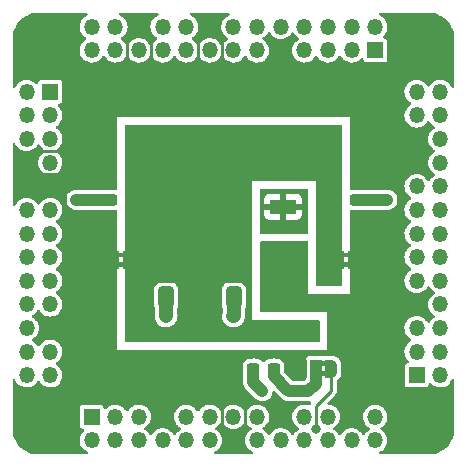
<source format=gbr>
%TF.GenerationSoftware,KiCad,Pcbnew,(6.0.2)*%
%TF.CreationDate,2026-01-28T07:44:18-08:00*%
%TF.ProjectId,i386sx-socket,69333836-7378-42d7-936f-636b65742e6b,1.0*%
%TF.SameCoordinates,Original*%
%TF.FileFunction,Copper,L2,Bot*%
%TF.FilePolarity,Positive*%
%FSLAX46Y46*%
G04 Gerber Fmt 4.6, Leading zero omitted, Abs format (unit mm)*
G04 Created by KiCad (PCBNEW (6.0.2)) date 2026-01-28 07:44:18*
%MOMM*%
%LPD*%
G01*
G04 APERTURE LIST*
G04 Aperture macros list*
%AMRoundRect*
0 Rectangle with rounded corners*
0 $1 Rounding radius*
0 $2 $3 $4 $5 $6 $7 $8 $9 X,Y pos of 4 corners*
0 Add a 4 corners polygon primitive as box body*
4,1,4,$2,$3,$4,$5,$6,$7,$8,$9,$2,$3,0*
0 Add four circle primitives for the rounded corners*
1,1,$1+$1,$2,$3*
1,1,$1+$1,$4,$5*
1,1,$1+$1,$6,$7*
1,1,$1+$1,$8,$9*
0 Add four rect primitives between the rounded corners*
20,1,$1+$1,$2,$3,$4,$5,0*
20,1,$1+$1,$4,$5,$6,$7,0*
20,1,$1+$1,$6,$7,$8,$9,0*
20,1,$1+$1,$8,$9,$2,$3,0*%
%AMFreePoly0*
4,1,20,0.000000,0.744959,0.073905,0.744508,0.209726,0.703889,0.328688,0.626782,0.421226,0.519385,0.479903,0.390333,0.500000,0.250000,0.500000,-0.250000,0.499851,-0.262216,0.476331,-0.402017,0.414519,-0.529596,0.319384,-0.634700,0.198574,-0.708877,0.061801,-0.746166,0.000000,-0.745033,0.000000,-0.750000,-0.500000,-0.750000,-0.500000,0.750000,0.000000,0.750000,0.000000,0.744959,
0.000000,0.744959,$1*%
%AMFreePoly1*
4,1,22,0.500000,-0.750000,0.000000,-0.750000,0.000000,-0.745033,-0.079941,-0.743568,-0.215256,-0.701293,-0.333266,-0.622738,-0.424486,-0.514219,-0.481581,-0.384460,-0.499164,-0.250000,-0.500000,-0.250000,-0.500000,0.250000,-0.499164,0.250000,-0.499963,0.256109,-0.478152,0.396186,-0.417904,0.524511,-0.324060,0.630769,-0.204165,0.706417,-0.067858,0.745374,0.000000,0.744959,0.000000,0.750000,
0.500000,0.750000,0.500000,-0.750000,0.500000,-0.750000,$1*%
%AMFreePoly2*
4,1,22,0.550000,-0.750000,0.000000,-0.750000,0.000000,-0.745033,-0.079941,-0.743568,-0.215256,-0.701293,-0.333266,-0.622738,-0.424486,-0.514219,-0.481581,-0.384460,-0.499164,-0.250000,-0.500000,-0.250000,-0.500000,0.250000,-0.499164,0.250000,-0.499963,0.256109,-0.478152,0.396186,-0.417904,0.524511,-0.324060,0.630769,-0.204165,0.706417,-0.067858,0.745374,0.000000,0.744959,0.000000,0.750000,
0.550000,0.750000,0.550000,-0.750000,0.550000,-0.750000,$1*%
%AMFreePoly3*
4,1,20,0.000000,0.744959,0.073905,0.744508,0.209726,0.703889,0.328688,0.626782,0.421226,0.519385,0.479903,0.390333,0.500000,0.250000,0.500000,-0.250000,0.499851,-0.262216,0.476331,-0.402017,0.414519,-0.529596,0.319384,-0.634700,0.198574,-0.708877,0.061801,-0.746166,0.000000,-0.745033,0.000000,-0.750000,-0.550000,-0.750000,-0.550000,0.750000,0.000000,0.750000,0.000000,0.744959,
0.000000,0.744959,$1*%
G04 Aperture macros list end*
%TA.AperFunction,SMDPad,CuDef*%
%ADD10FreePoly0,0.000000*%
%TD*%
%TA.AperFunction,SMDPad,CuDef*%
%ADD11FreePoly1,0.000000*%
%TD*%
%TA.AperFunction,SMDPad,CuDef*%
%ADD12R,2.200000X1.200000*%
%TD*%
%TA.AperFunction,SMDPad,CuDef*%
%ADD13R,6.400000X5.800000*%
%TD*%
%TA.AperFunction,SMDPad,CuDef*%
%ADD14FreePoly2,180.000000*%
%TD*%
%TA.AperFunction,SMDPad,CuDef*%
%ADD15R,1.000000X1.500000*%
%TD*%
%TA.AperFunction,SMDPad,CuDef*%
%ADD16FreePoly3,180.000000*%
%TD*%
%TA.AperFunction,SMDPad,CuDef*%
%ADD17FreePoly1,180.000000*%
%TD*%
%TA.AperFunction,SMDPad,CuDef*%
%ADD18FreePoly0,180.000000*%
%TD*%
%TA.AperFunction,ComponentPad*%
%ADD19R,1.350000X1.350000*%
%TD*%
%TA.AperFunction,ComponentPad*%
%ADD20O,1.350000X1.350000*%
%TD*%
%TA.AperFunction,SMDPad,CuDef*%
%ADD21RoundRect,0.250000X0.412500X0.650000X-0.412500X0.650000X-0.412500X-0.650000X0.412500X-0.650000X0*%
%TD*%
%TA.AperFunction,SMDPad,CuDef*%
%ADD22RoundRect,0.237500X0.300000X0.237500X-0.300000X0.237500X-0.300000X-0.237500X0.300000X-0.237500X0*%
%TD*%
%TA.AperFunction,SMDPad,CuDef*%
%ADD23RoundRect,0.237500X-0.300000X-0.237500X0.300000X-0.237500X0.300000X0.237500X-0.300000X0.237500X0*%
%TD*%
%TA.AperFunction,ViaPad*%
%ADD24C,0.800000*%
%TD*%
%TA.AperFunction,Conductor*%
%ADD25C,0.250000*%
%TD*%
%TA.AperFunction,Conductor*%
%ADD26C,1.200000*%
%TD*%
%TA.AperFunction,Conductor*%
%ADD27C,1.000000*%
%TD*%
G04 APERTURE END LIST*
%TO.C,JP2*%
G36*
X136775000Y-84572500D02*
G01*
X136275000Y-84572500D01*
X136275000Y-84172500D01*
X136775000Y-84172500D01*
X136775000Y-84572500D01*
G37*
G36*
X136775000Y-85372500D02*
G01*
X136275000Y-85372500D01*
X136275000Y-84972500D01*
X136775000Y-84972500D01*
X136775000Y-85372500D01*
G37*
%TO.C,JP3*%
G36*
X153935000Y-94580000D02*
G01*
X153435000Y-94580000D01*
X153435000Y-94180000D01*
X153935000Y-94180000D01*
X153935000Y-94580000D01*
G37*
G36*
X153935000Y-93780000D02*
G01*
X153435000Y-93780000D01*
X153435000Y-93380000D01*
X153935000Y-93380000D01*
X153935000Y-93780000D01*
G37*
%TO.C,JP1*%
G36*
X155825000Y-84572500D02*
G01*
X155325000Y-84572500D01*
X155325000Y-84172500D01*
X155825000Y-84172500D01*
X155825000Y-84572500D01*
G37*
G36*
X155825000Y-85372500D02*
G01*
X155325000Y-85372500D01*
X155325000Y-84972500D01*
X155825000Y-84972500D01*
X155825000Y-85372500D01*
G37*
%TD*%
D10*
%TO.P,JP2,2,B*%
%TO.N,/VCC_CORE*%
X137175000Y-84772500D03*
D11*
%TO.P,JP2,1,A*%
%TO.N,VCC*%
X135875000Y-84772500D03*
%TD*%
D12*
%TO.P,U2,1,GND*%
%TO.N,GND*%
X150250000Y-80270000D03*
D13*
%TO.P,U2,2,VO*%
%TO.N,/VCC_CORE*%
X143950000Y-82550000D03*
D12*
%TO.P,U2,3,VI*%
%TO.N,VCC*%
X150250000Y-84830000D03*
%TD*%
D14*
%TO.P,JP3,1,A*%
%TO.N,/~{RPLSET}*%
X154335000Y-93980000D03*
D15*
%TO.P,JP3,2,C*%
%TO.N,/~{RPLSET}{slash}VCC5*%
X153035000Y-93980000D03*
D16*
%TO.P,JP3,3,B*%
%TO.N,VCC*%
X151735000Y-93980000D03*
%TD*%
D17*
%TO.P,JP1,1,A*%
%TO.N,VCC*%
X156225000Y-84772500D03*
D18*
%TO.P,JP1,2,B*%
%TO.N,/VCC_CORE*%
X154925000Y-84772500D03*
%TD*%
D19*
%TO.P,J4,1,Pin_1*%
%TO.N,/A21*%
X158050000Y-67040000D03*
D20*
%TO.P,J4,2,Pin_2*%
%TO.N,GND*%
X158050000Y-65040000D03*
%TO.P,J4,3,Pin_3*%
X156050000Y-67040000D03*
%TO.P,J4,4,Pin_4*%
%TO.N,/A22*%
X156050000Y-65040000D03*
%TO.P,J4,5,Pin_5*%
%TO.N,/A23*%
X154050000Y-67040000D03*
%TO.P,J4,6,Pin_6*%
%TO.N,/D15*%
X154050000Y-65040000D03*
%TO.P,J4,7,Pin_7*%
%TO.N,/D14*%
X152050000Y-67040000D03*
%TO.P,J4,8,Pin_8*%
%TO.N,/D13*%
X152050000Y-65040000D03*
%TO.P,J4,9,Pin_9*%
%TO.N,VCC*%
X150050000Y-67040000D03*
%TO.P,J4,10,Pin_10*%
%TO.N,GND*%
X150050000Y-65040000D03*
%TO.P,J4,11,Pin_11*%
%TO.N,/D12*%
X148050000Y-67040000D03*
%TO.P,J4,12,Pin_12*%
%TO.N,/D11*%
X148050000Y-65040000D03*
%TO.P,J4,13,Pin_13*%
%TO.N,/D10*%
X146050000Y-67040000D03*
%TO.P,J4,14,Pin_14*%
%TO.N,/D9*%
X146050000Y-65040000D03*
%TO.P,J4,15,Pin_15*%
%TO.N,/D8*%
X144050000Y-67040000D03*
%TO.P,J4,16,Pin_16*%
%TO.N,VCC*%
X144050000Y-65040000D03*
%TO.P,J4,17,Pin_17*%
%TO.N,/D7*%
X142050000Y-67040000D03*
%TO.P,J4,18,Pin_18*%
%TO.N,/D6*%
X142050000Y-65040000D03*
%TO.P,J4,19,Pin_19*%
%TO.N,/D5*%
X140050000Y-67040000D03*
%TO.P,J4,20,Pin_20*%
%TO.N,/D4*%
X140050000Y-65040000D03*
%TO.P,J4,21,Pin_21*%
%TO.N,/D3*%
X138050000Y-67040000D03*
%TO.P,J4,22,Pin_22*%
%TO.N,VCC*%
X138050000Y-65040000D03*
%TO.P,J4,23,Pin_23*%
%TO.N,GND*%
X136050000Y-67040000D03*
%TO.P,J4,24,Pin_24*%
%TO.N,/D2*%
X136050000Y-65040000D03*
%TO.P,J4,25,Pin_25*%
%TO.N,/D1*%
X134050000Y-67040000D03*
%TO.P,J4,26,Pin_26*%
%TO.N,unconnected-(J4-Pad26)*%
X134050000Y-65040000D03*
%TD*%
D19*
%TO.P,J3,1,Pin_1*%
%TO.N,/A2*%
X161560000Y-94550000D03*
D20*
%TO.P,J3,2,Pin_2*%
%TO.N,/A3*%
X163560000Y-94550000D03*
%TO.P,J3,3,Pin_3*%
%TO.N,/A4*%
X161560000Y-92550000D03*
%TO.P,J3,4,Pin_4*%
%TO.N,/A5*%
X163560000Y-92550000D03*
%TO.P,J3,5,Pin_5*%
%TO.N,/A6*%
X161560000Y-90550000D03*
%TO.P,J3,6,Pin_6*%
%TO.N,/A7*%
X163560000Y-90550000D03*
%TO.P,J3,7,Pin_7*%
%TO.N,VCC*%
X161560000Y-88550000D03*
%TO.P,J3,8,Pin_8*%
%TO.N,/A8*%
X163560000Y-88550000D03*
%TO.P,J3,9,Pin_9*%
%TO.N,/A9*%
X161560000Y-86550000D03*
%TO.P,J3,10,Pin_10*%
%TO.N,/A10*%
X163560000Y-86550000D03*
%TO.P,J3,11,Pin_11*%
%TO.N,/A11*%
X161560000Y-84550000D03*
%TO.P,J3,12,Pin_12*%
%TO.N,/A12*%
X163560000Y-84550000D03*
%TO.P,J3,13,Pin_13*%
%TO.N,GND*%
X161560000Y-82550000D03*
%TO.P,J3,14,Pin_14*%
%TO.N,/A13*%
X163560000Y-82550000D03*
%TO.P,J3,15,Pin_15*%
%TO.N,/A14*%
X161560000Y-80550000D03*
%TO.P,J3,16,Pin_16*%
%TO.N,/A15*%
X163560000Y-80550000D03*
%TO.P,J3,17,Pin_17*%
%TO.N,GND*%
X161560000Y-78550000D03*
%TO.P,J3,18,Pin_18*%
X163560000Y-78550000D03*
%TO.P,J3,19,Pin_19*%
%TO.N,VCC*%
X161560000Y-76550000D03*
%TO.P,J3,20,Pin_20*%
%TO.N,/A16*%
X163560000Y-76550000D03*
%TO.P,J3,21,Pin_21*%
%TO.N,VCC*%
X161560000Y-74550000D03*
%TO.P,J3,22,Pin_22*%
%TO.N,/A17*%
X163560000Y-74550000D03*
%TO.P,J3,23,Pin_23*%
%TO.N,/A18*%
X161560000Y-72550000D03*
%TO.P,J3,24,Pin_24*%
%TO.N,/A19*%
X163560000Y-72550000D03*
%TO.P,J3,25,Pin_25*%
%TO.N,/A20*%
X161560000Y-70550000D03*
%TO.P,J3,26,Pin_26*%
%TO.N,unconnected-(J3-Pad26)*%
X163560000Y-70550000D03*
%TD*%
%TO.P,J2,26,Pin_26*%
%TO.N,unconnected-(J2-Pad26)*%
X158050000Y-100060000D03*
%TO.P,J2,25,Pin_25*%
%TO.N,GND*%
X158050000Y-98060000D03*
%TO.P,J2,24,Pin_24*%
X156050000Y-100060000D03*
%TO.P,J2,23,Pin_23*%
%TO.N,VCC*%
X156050000Y-98060000D03*
%TO.P,J2,22,Pin_22*%
%TO.N,/~{SMI}*%
X154050000Y-100060000D03*
%TO.P,J2,21,Pin_21*%
%TO.N,/~{RPLVAL}*%
X154050000Y-98060000D03*
%TO.P,J2,20,Pin_20*%
%TO.N,/~{RPLSET}*%
X152050000Y-100060000D03*
%TO.P,J2,19,Pin_19*%
%TO.N,/~{SUSPA}*%
X152050000Y-98060000D03*
%TO.P,J2,18,Pin_18*%
%TO.N,/~{SUSP}*%
X150050000Y-100060000D03*
%TO.P,J2,17,Pin_17*%
%TO.N,VCC*%
X150050000Y-98060000D03*
%TO.P,J2,16,Pin_16*%
%TO.N,GND*%
X148050000Y-100060000D03*
%TO.P,J2,15,Pin_15*%
%TO.N,/INTR*%
X148050000Y-98060000D03*
%TO.P,J2,14,Pin_14*%
%TO.N,VCC*%
X146050000Y-100060000D03*
%TO.P,J2,13,Pin_13*%
%TO.N,/NMI*%
X146050000Y-98060000D03*
%TO.P,J2,12,Pin_12*%
%TO.N,/PEREQ*%
X144050000Y-100060000D03*
%TO.P,J2,11,Pin_11*%
%TO.N,/~{ERROR}*%
X144050000Y-98060000D03*
%TO.P,J2,10,Pin_10*%
%TO.N,GND*%
X142050000Y-100060000D03*
%TO.P,J2,9,Pin_9*%
%TO.N,/~{BUSY}*%
X142050000Y-98060000D03*
%TO.P,J2,8,Pin_8*%
%TO.N,/RESET*%
X140050000Y-100060000D03*
%TO.P,J2,7,Pin_7*%
%TO.N,VCC*%
X140050000Y-98060000D03*
%TO.P,J2,6,Pin_6*%
%TO.N,/~{A20M}*%
X138050000Y-100060000D03*
%TO.P,J2,5,Pin_5*%
%TO.N,/~{FLUSH}*%
X138050000Y-98060000D03*
%TO.P,J2,4,Pin_4*%
%TO.N,/~{KEN}*%
X136050000Y-100060000D03*
%TO.P,J2,3,Pin_3*%
%TO.N,/~{FLT}*%
X136050000Y-98060000D03*
%TO.P,J2,2,Pin_2*%
%TO.N,/NC*%
X134050000Y-100060000D03*
D19*
%TO.P,J2,1,Pin_1*%
%TO.N,/~{LOCK}*%
X134050000Y-98060000D03*
%TD*%
%TO.P,J1,1,Pin_1*%
%TO.N,/D0*%
X130540000Y-70550000D03*
D20*
%TO.P,J1,2,Pin_2*%
%TO.N,GND*%
X128540000Y-70550000D03*
%TO.P,J1,3,Pin_3*%
%TO.N,/HLDA*%
X130540000Y-72550000D03*
%TO.P,J1,4,Pin_4*%
%TO.N,/HOLD*%
X128540000Y-72550000D03*
%TO.P,J1,5,Pin_5*%
%TO.N,GND*%
X130540000Y-74550000D03*
%TO.P,J1,6,Pin_6*%
%TO.N,/~{NA}*%
X128540000Y-74550000D03*
%TO.P,J1,7,Pin_7*%
%TO.N,/~{READY}*%
X130540000Y-76550000D03*
%TO.P,J1,8,Pin_8*%
%TO.N,VCC*%
X128540000Y-76550000D03*
%TO.P,J1,9,Pin_9*%
X130540000Y-78550000D03*
%TO.P,J1,10,Pin_10*%
X128540000Y-78550000D03*
%TO.P,J1,11,Pin_11*%
%TO.N,GND*%
X130540000Y-80550000D03*
%TO.P,J1,12,Pin_12*%
X128540000Y-80550000D03*
%TO.P,J1,13,Pin_13*%
X130540000Y-82550000D03*
%TO.P,J1,14,Pin_14*%
X128540000Y-82550000D03*
%TO.P,J1,15,Pin_15*%
%TO.N,/CLK2*%
X130540000Y-84550000D03*
%TO.P,J1,16,Pin_16*%
%TO.N,/~{ADS}*%
X128540000Y-84550000D03*
%TO.P,J1,17,Pin_17*%
%TO.N,/~{BLE}*%
X130540000Y-86550000D03*
%TO.P,J1,18,Pin_18*%
%TO.N,/A1*%
X128540000Y-86550000D03*
%TO.P,J1,19,Pin_19*%
%TO.N,/~{BHE}*%
X130540000Y-88550000D03*
%TO.P,J1,20,Pin_20*%
%TO.N,/~{SMADS}*%
X128540000Y-88550000D03*
%TO.P,J1,21,Pin_21*%
%TO.N,VCC*%
X130540000Y-90550000D03*
%TO.P,J1,22,Pin_22*%
%TO.N,GND*%
X128540000Y-90550000D03*
%TO.P,J1,23,Pin_23*%
%TO.N,/M{slash}~{IO}*%
X130540000Y-92550000D03*
%TO.P,J1,24,Pin_24*%
%TO.N,/D{slash}~{C}*%
X128540000Y-92550000D03*
%TO.P,J1,25,Pin_25*%
%TO.N,/W{slash}~{R}*%
X130540000Y-94550000D03*
%TO.P,J1,26,Pin_26*%
%TO.N,unconnected-(J1-Pad26)*%
X128540000Y-94550000D03*
%TD*%
D21*
%TO.P,C5,1*%
%TO.N,/VCC_CORE*%
X143485000Y-87947500D03*
%TO.P,C5,2*%
%TO.N,GND*%
X140360000Y-87947500D03*
%TD*%
%TO.P,C4,2*%
%TO.N,GND*%
X146075000Y-87947500D03*
%TO.P,C4,1*%
%TO.N,VCC*%
X149200000Y-87947500D03*
%TD*%
D22*
%TO.P,C3,2*%
%TO.N,GND*%
X147727500Y-93980000D03*
%TO.P,C3,1*%
%TO.N,/~{RPLSET}{slash}VCC5*%
X149452500Y-93980000D03*
%TD*%
%TO.P,C2,1*%
%TO.N,/VCC_CORE*%
X137387500Y-79692500D03*
%TO.P,C2,2*%
%TO.N,GND*%
X135662500Y-79692500D03*
%TD*%
D23*
%TO.P,C1,2*%
%TO.N,GND*%
X156437500Y-79692500D03*
%TO.P,C1,1*%
%TO.N,/VCC_CORE*%
X154712500Y-79692500D03*
%TD*%
D24*
%TO.N,GND*%
X151511000Y-81915000D03*
X149225000Y-81915000D03*
X150368000Y-81915000D03*
X146050000Y-89535000D03*
X140335000Y-89535000D03*
X132715000Y-79692500D03*
X159067500Y-79692500D03*
X148500500Y-95885000D03*
%TO.N,/~{RPLSET}{slash}VCC5*%
X150610604Y-95769397D03*
%TO.N,/VCC_CORE*%
X140335000Y-74295000D03*
X144145000Y-74295000D03*
X148590000Y-74295000D03*
X154305000Y-77470000D03*
X154305000Y-78740000D03*
X154305000Y-86360000D03*
X152400000Y-90805000D03*
X148590000Y-90805000D03*
X146685000Y-90805000D03*
X142240000Y-90805000D03*
X137795000Y-78740000D03*
X137795000Y-80645000D03*
X137795000Y-87630000D03*
%TO.N,/~{RPLSET}*%
X153035000Y-99060000D03*
%TD*%
D25*
%TO.N,GND*%
X149225000Y-81915000D02*
X150368000Y-81915000D01*
X150368000Y-81915000D02*
X151511000Y-81915000D01*
X150368000Y-81915000D02*
X150250000Y-81797000D01*
X150250000Y-81797000D02*
X150250000Y-80270000D01*
D26*
X146075000Y-89510000D02*
X146075000Y-87947500D01*
X146050000Y-89535000D02*
X146075000Y-89510000D01*
X140360000Y-89510000D02*
X140360000Y-87947500D01*
X140335000Y-89535000D02*
X140360000Y-89510000D01*
D25*
%TO.N,VCC*%
X135875000Y-84772500D02*
X132080000Y-84772500D01*
X132080000Y-84772500D02*
X132080000Y-82550000D01*
X132080000Y-90487500D02*
X132080000Y-84772500D01*
%TO.N,/VCC_CORE*%
X137175000Y-84772500D02*
X137795000Y-84772500D01*
X137795000Y-87630000D02*
X137795000Y-84772500D01*
X137795000Y-84772500D02*
X137795000Y-82550000D01*
D27*
%TO.N,GND*%
X135662500Y-79692500D02*
X132715000Y-79692500D01*
D25*
%TO.N,VCC*%
X131762500Y-82232500D02*
X131762500Y-79057500D01*
X132080000Y-82550000D02*
X131762500Y-82232500D01*
X131762500Y-79057500D02*
X132080000Y-78740000D01*
%TO.N,/VCC_CORE*%
X137795000Y-80645000D02*
X137795000Y-78740000D01*
X137795000Y-78740000D02*
X137795000Y-74295000D01*
X137795000Y-74295000D02*
X140335000Y-74295000D01*
D27*
%TO.N,GND*%
X156437500Y-79692500D02*
X159067500Y-79692500D01*
D25*
%TO.N,VCC*%
X160020000Y-76835000D02*
X159702500Y-76517500D01*
X160020000Y-88517500D02*
X160020000Y-76835000D01*
X159987500Y-88550000D02*
X160020000Y-88517500D01*
X161560000Y-88550000D02*
X159987500Y-88550000D01*
X149860000Y-96520000D02*
X150050000Y-96710000D01*
X149542500Y-96837500D02*
X149860000Y-96520000D01*
X147320000Y-96837500D02*
X149542500Y-96837500D01*
X150050000Y-96710000D02*
X150050000Y-98060000D01*
X147002500Y-96520000D02*
X147320000Y-96837500D01*
D27*
%TO.N,/~{RPLSET}{slash}VCC5*%
X150726207Y-95885000D02*
X150610604Y-95769397D01*
X152400000Y-95885000D02*
X150726207Y-95885000D01*
X153035000Y-95250000D02*
X152400000Y-95885000D01*
X153035000Y-93980000D02*
X153035000Y-95250000D01*
X149452500Y-94611293D02*
X149452500Y-93980000D01*
X150610604Y-95769397D02*
X149452500Y-94611293D01*
%TO.N,GND*%
X147727500Y-95112000D02*
X148500500Y-95885000D01*
X147727500Y-93980000D02*
X147727500Y-95112000D01*
D25*
%TO.N,VCC*%
X146685000Y-92710000D02*
X148590000Y-92710000D01*
X146367500Y-93027500D02*
X146685000Y-92710000D01*
X146367500Y-96520000D02*
X146367500Y-93027500D01*
X146367500Y-96520000D02*
X145097500Y-96520000D01*
X147002500Y-96520000D02*
X146367500Y-96520000D01*
%TO.N,/~{RPLSET}*%
X154335000Y-95855000D02*
X154335000Y-93980000D01*
X153049511Y-97140489D02*
X154335000Y-95855000D01*
X153049511Y-99045489D02*
X153049511Y-97140489D01*
X153035000Y-99060000D02*
X153049511Y-99045489D01*
%TO.N,VCC*%
X156050000Y-92867500D02*
X156050000Y-98060000D01*
X155892500Y-92710000D02*
X156050000Y-92867500D01*
X148590000Y-92710000D02*
X155892500Y-92710000D01*
%TO.N,/VCC_CORE*%
X137795000Y-82550000D02*
X137795000Y-80645000D01*
%TO.N,VCC*%
X159765000Y-74550000D02*
X161560000Y-74550000D01*
X159702500Y-74612500D02*
X159765000Y-74550000D01*
X159702500Y-76517500D02*
X159702500Y-74612500D01*
X159735000Y-76550000D02*
X161560000Y-76550000D01*
X159702500Y-76517500D02*
X159735000Y-76550000D01*
X137160000Y-68580000D02*
X138747500Y-68580000D01*
X137049511Y-68469511D02*
X137160000Y-68580000D01*
X138050000Y-65040000D02*
X137049511Y-66040489D01*
X137049511Y-66040489D02*
X137049511Y-68469511D01*
X150050000Y-68580000D02*
X150050000Y-67040000D01*
X145097500Y-68580000D02*
X150050000Y-68580000D01*
X145049511Y-68532011D02*
X145097500Y-68580000D01*
X145049511Y-66039511D02*
X145049511Y-68532011D01*
X142875000Y-68580000D02*
X145097500Y-68580000D01*
X144050000Y-65040000D02*
X145049511Y-66039511D01*
X143050489Y-68404511D02*
X142875000Y-68580000D01*
X143050489Y-66039511D02*
X143050489Y-68404511D01*
X144050000Y-65040000D02*
X143050489Y-66039511D01*
X138747500Y-68580000D02*
X142875000Y-68580000D01*
X139050489Y-66040489D02*
X138050000Y-65040000D01*
X138747500Y-68580000D02*
X139050489Y-68277011D01*
X139050489Y-68277011D02*
X139050489Y-66040489D01*
X129539511Y-75550489D02*
X128540000Y-76550000D01*
X132065489Y-75550489D02*
X129539511Y-75550489D01*
X132080000Y-77470000D02*
X132080000Y-75565000D01*
X132080000Y-75565000D02*
X132065489Y-75550489D01*
X132080000Y-77470000D02*
X132080000Y-78740000D01*
X132000489Y-77549511D02*
X132080000Y-77470000D01*
X129539511Y-77549511D02*
X132000489Y-77549511D01*
X128540000Y-76550000D02*
X129539511Y-77549511D01*
X128540000Y-76550000D02*
X128540000Y-78550000D01*
X130540000Y-78550000D02*
X128540000Y-78550000D01*
X131890000Y-78550000D02*
X130540000Y-78550000D01*
X132080000Y-78740000D02*
X131890000Y-78550000D01*
X132017500Y-90550000D02*
X130540000Y-90550000D01*
X132080000Y-96520000D02*
X132080000Y-90487500D01*
X140017500Y-96520000D02*
X132080000Y-96520000D01*
X132080000Y-90487500D02*
X132017500Y-90550000D01*
X140017500Y-96520000D02*
X140050000Y-96552500D01*
X140050000Y-96552500D02*
X140050000Y-98060000D01*
X145097500Y-96520000D02*
X140017500Y-96520000D01*
X145050489Y-99060489D02*
X146050000Y-100060000D01*
X147050489Y-96567989D02*
X147002500Y-96520000D01*
X145050489Y-96567011D02*
X145050489Y-99060489D01*
X147050489Y-99059511D02*
X147050489Y-96567989D01*
X145097500Y-96520000D02*
X145050489Y-96567011D01*
X146050000Y-100060000D02*
X147050489Y-99059511D01*
%TO.N,/VCC_CORE*%
X154305000Y-86360000D02*
X154305000Y-78740000D01*
X154305000Y-78740000D02*
X154305000Y-77470000D01*
X154305000Y-74295000D02*
X154305000Y-77470000D01*
X148590000Y-74295000D02*
X154305000Y-74295000D01*
X144145000Y-74295000D02*
X148590000Y-74295000D01*
X140335000Y-74295000D02*
X144145000Y-74295000D01*
X137795000Y-90805000D02*
X137795000Y-87630000D01*
X142240000Y-90805000D02*
X137795000Y-90805000D01*
X146685000Y-90805000D02*
X142240000Y-90805000D01*
X148590000Y-90805000D02*
X146685000Y-90805000D01*
X152400000Y-90805000D02*
X148590000Y-90805000D01*
%TD*%
%TA.AperFunction,Conductor*%
%TO.N,VCC*%
G36*
X133667817Y-63870002D02*
G01*
X133714310Y-63923658D01*
X133724414Y-63993932D01*
X133694920Y-64058512D01*
X133658073Y-64087661D01*
X133485757Y-64177746D01*
X133329024Y-64303763D01*
X133199752Y-64457823D01*
X133196788Y-64463215D01*
X133196785Y-64463219D01*
X133176562Y-64500005D01*
X133102866Y-64634058D01*
X133101005Y-64639925D01*
X133101004Y-64639927D01*
X133049499Y-64802293D01*
X133042056Y-64825755D01*
X133019638Y-65025613D01*
X133036467Y-65226018D01*
X133091901Y-65419338D01*
X133183828Y-65598210D01*
X133187651Y-65603034D01*
X133187654Y-65603038D01*
X133215888Y-65638660D01*
X133308748Y-65755819D01*
X133461901Y-65886163D01*
X133537179Y-65928234D01*
X133539580Y-65929576D01*
X133589286Y-65980269D01*
X133603694Y-66049788D01*
X133578231Y-66116061D01*
X133536485Y-66151226D01*
X133485757Y-66177746D01*
X133329024Y-66303763D01*
X133199752Y-66457823D01*
X133196788Y-66463215D01*
X133196785Y-66463219D01*
X133161482Y-66527436D01*
X133102866Y-66634058D01*
X133101005Y-66639925D01*
X133101004Y-66639927D01*
X133096787Y-66653221D01*
X133042056Y-66825755D01*
X133019638Y-67025613D01*
X133036467Y-67226018D01*
X133091901Y-67419338D01*
X133183828Y-67598210D01*
X133187651Y-67603034D01*
X133187654Y-67603038D01*
X133215888Y-67638660D01*
X133308748Y-67755819D01*
X133313442Y-67759814D01*
X133390395Y-67825306D01*
X133461901Y-67886163D01*
X133467279Y-67889169D01*
X133467281Y-67889170D01*
X133538050Y-67928721D01*
X133637456Y-67984277D01*
X133828723Y-68046424D01*
X134028420Y-68070236D01*
X134034555Y-68069764D01*
X134034557Y-68069764D01*
X134222796Y-68055280D01*
X134222800Y-68055279D01*
X134228938Y-68054807D01*
X134265782Y-68044520D01*
X134416696Y-68002384D01*
X134416700Y-68002383D01*
X134422640Y-68000724D01*
X134428144Y-67997944D01*
X134428146Y-67997943D01*
X134596646Y-67912828D01*
X134596648Y-67912827D01*
X134602149Y-67910048D01*
X134681388Y-67848140D01*
X134755771Y-67790026D01*
X134755772Y-67790025D01*
X134760627Y-67786232D01*
X134892037Y-67633992D01*
X134939785Y-67549940D01*
X134990822Y-67500591D01*
X135060440Y-67486668D01*
X135126534Y-67512594D01*
X135161406Y-67554583D01*
X135181010Y-67592729D01*
X135181013Y-67592733D01*
X135183828Y-67598210D01*
X135187651Y-67603034D01*
X135187654Y-67603038D01*
X135215888Y-67638660D01*
X135308748Y-67755819D01*
X135313442Y-67759814D01*
X135390395Y-67825306D01*
X135461901Y-67886163D01*
X135467279Y-67889169D01*
X135467281Y-67889170D01*
X135538050Y-67928721D01*
X135637456Y-67984277D01*
X135828723Y-68046424D01*
X136028420Y-68070236D01*
X136034555Y-68069764D01*
X136034557Y-68069764D01*
X136222796Y-68055280D01*
X136222800Y-68055279D01*
X136228938Y-68054807D01*
X136265782Y-68044520D01*
X136416696Y-68002384D01*
X136416700Y-68002383D01*
X136422640Y-68000724D01*
X136428144Y-67997944D01*
X136428146Y-67997943D01*
X136596646Y-67912828D01*
X136596648Y-67912827D01*
X136602149Y-67910048D01*
X136681388Y-67848140D01*
X136755771Y-67790026D01*
X136755772Y-67790025D01*
X136760627Y-67786232D01*
X136892037Y-67633992D01*
X136939785Y-67549940D01*
X136990822Y-67500591D01*
X137060440Y-67486668D01*
X137126534Y-67512594D01*
X137161406Y-67554583D01*
X137181010Y-67592729D01*
X137181013Y-67592733D01*
X137183828Y-67598210D01*
X137187651Y-67603034D01*
X137187654Y-67603038D01*
X137215888Y-67638660D01*
X137308748Y-67755819D01*
X137313442Y-67759814D01*
X137390395Y-67825306D01*
X137461901Y-67886163D01*
X137467279Y-67889169D01*
X137467281Y-67889170D01*
X137538050Y-67928721D01*
X137637456Y-67984277D01*
X137828723Y-68046424D01*
X138028420Y-68070236D01*
X138034555Y-68069764D01*
X138034557Y-68069764D01*
X138222796Y-68055280D01*
X138222800Y-68055279D01*
X138228938Y-68054807D01*
X138265782Y-68044520D01*
X138416696Y-68002384D01*
X138416700Y-68002383D01*
X138422640Y-68000724D01*
X138428144Y-67997944D01*
X138428146Y-67997943D01*
X138596646Y-67912828D01*
X138596648Y-67912827D01*
X138602149Y-67910048D01*
X138681388Y-67848140D01*
X138755771Y-67790026D01*
X138755772Y-67790025D01*
X138760627Y-67786232D01*
X138892037Y-67633992D01*
X138939785Y-67549940D01*
X138990822Y-67500591D01*
X139060440Y-67486668D01*
X139126534Y-67512594D01*
X139161406Y-67554583D01*
X139181010Y-67592729D01*
X139181013Y-67592733D01*
X139183828Y-67598210D01*
X139187651Y-67603034D01*
X139187654Y-67603038D01*
X139215888Y-67638660D01*
X139308748Y-67755819D01*
X139313442Y-67759814D01*
X139390395Y-67825306D01*
X139461901Y-67886163D01*
X139467279Y-67889169D01*
X139467281Y-67889170D01*
X139538050Y-67928721D01*
X139637456Y-67984277D01*
X139828723Y-68046424D01*
X140028420Y-68070236D01*
X140034555Y-68069764D01*
X140034557Y-68069764D01*
X140222796Y-68055280D01*
X140222800Y-68055279D01*
X140228938Y-68054807D01*
X140265782Y-68044520D01*
X140416696Y-68002384D01*
X140416700Y-68002383D01*
X140422640Y-68000724D01*
X140428144Y-67997944D01*
X140428146Y-67997943D01*
X140596646Y-67912828D01*
X140596648Y-67912827D01*
X140602149Y-67910048D01*
X140681388Y-67848140D01*
X140755771Y-67790026D01*
X140755772Y-67790025D01*
X140760627Y-67786232D01*
X140892037Y-67633992D01*
X140939785Y-67549940D01*
X140990822Y-67500591D01*
X141060440Y-67486668D01*
X141126534Y-67512594D01*
X141161406Y-67554583D01*
X141181010Y-67592729D01*
X141181013Y-67592733D01*
X141183828Y-67598210D01*
X141187651Y-67603034D01*
X141187654Y-67603038D01*
X141215888Y-67638660D01*
X141308748Y-67755819D01*
X141313442Y-67759814D01*
X141390395Y-67825306D01*
X141461901Y-67886163D01*
X141467279Y-67889169D01*
X141467281Y-67889170D01*
X141538050Y-67928721D01*
X141637456Y-67984277D01*
X141828723Y-68046424D01*
X142028420Y-68070236D01*
X142034555Y-68069764D01*
X142034557Y-68069764D01*
X142222796Y-68055280D01*
X142222800Y-68055279D01*
X142228938Y-68054807D01*
X142265782Y-68044520D01*
X142416696Y-68002384D01*
X142416700Y-68002383D01*
X142422640Y-68000724D01*
X142428144Y-67997944D01*
X142428146Y-67997943D01*
X142596646Y-67912828D01*
X142596648Y-67912827D01*
X142602149Y-67910048D01*
X142681388Y-67848140D01*
X142755771Y-67790026D01*
X142755772Y-67790025D01*
X142760627Y-67786232D01*
X142892037Y-67633992D01*
X142939785Y-67549940D01*
X142990822Y-67500591D01*
X143060440Y-67486668D01*
X143126534Y-67512594D01*
X143161406Y-67554583D01*
X143181010Y-67592729D01*
X143181013Y-67592733D01*
X143183828Y-67598210D01*
X143187651Y-67603034D01*
X143187654Y-67603038D01*
X143215888Y-67638660D01*
X143308748Y-67755819D01*
X143313442Y-67759814D01*
X143390395Y-67825306D01*
X143461901Y-67886163D01*
X143467279Y-67889169D01*
X143467281Y-67889170D01*
X143538050Y-67928721D01*
X143637456Y-67984277D01*
X143828723Y-68046424D01*
X144028420Y-68070236D01*
X144034555Y-68069764D01*
X144034557Y-68069764D01*
X144222796Y-68055280D01*
X144222800Y-68055279D01*
X144228938Y-68054807D01*
X144265782Y-68044520D01*
X144416696Y-68002384D01*
X144416700Y-68002383D01*
X144422640Y-68000724D01*
X144428144Y-67997944D01*
X144428146Y-67997943D01*
X144596646Y-67912828D01*
X144596648Y-67912827D01*
X144602149Y-67910048D01*
X144681388Y-67848140D01*
X144755771Y-67790026D01*
X144755772Y-67790025D01*
X144760627Y-67786232D01*
X144892037Y-67633992D01*
X144939785Y-67549940D01*
X144990822Y-67500591D01*
X145060440Y-67486668D01*
X145126534Y-67512594D01*
X145161406Y-67554583D01*
X145181010Y-67592729D01*
X145181013Y-67592733D01*
X145183828Y-67598210D01*
X145187651Y-67603034D01*
X145187654Y-67603038D01*
X145215888Y-67638660D01*
X145308748Y-67755819D01*
X145313442Y-67759814D01*
X145390395Y-67825306D01*
X145461901Y-67886163D01*
X145467279Y-67889169D01*
X145467281Y-67889170D01*
X145538050Y-67928721D01*
X145637456Y-67984277D01*
X145828723Y-68046424D01*
X146028420Y-68070236D01*
X146034555Y-68069764D01*
X146034557Y-68069764D01*
X146222796Y-68055280D01*
X146222800Y-68055279D01*
X146228938Y-68054807D01*
X146265782Y-68044520D01*
X146416696Y-68002384D01*
X146416700Y-68002383D01*
X146422640Y-68000724D01*
X146428144Y-67997944D01*
X146428146Y-67997943D01*
X146596646Y-67912828D01*
X146596648Y-67912827D01*
X146602149Y-67910048D01*
X146681388Y-67848140D01*
X146755771Y-67790026D01*
X146755772Y-67790025D01*
X146760627Y-67786232D01*
X146892037Y-67633992D01*
X146939785Y-67549940D01*
X146990822Y-67500591D01*
X147060440Y-67486668D01*
X147126534Y-67512594D01*
X147161406Y-67554583D01*
X147181010Y-67592729D01*
X147181013Y-67592733D01*
X147183828Y-67598210D01*
X147187651Y-67603034D01*
X147187654Y-67603038D01*
X147215888Y-67638660D01*
X147308748Y-67755819D01*
X147313442Y-67759814D01*
X147390395Y-67825306D01*
X147461901Y-67886163D01*
X147467279Y-67889169D01*
X147467281Y-67889170D01*
X147538050Y-67928721D01*
X147637456Y-67984277D01*
X147828723Y-68046424D01*
X148028420Y-68070236D01*
X148034555Y-68069764D01*
X148034557Y-68069764D01*
X148222796Y-68055280D01*
X148222800Y-68055279D01*
X148228938Y-68054807D01*
X148265782Y-68044520D01*
X148416696Y-68002384D01*
X148416700Y-68002383D01*
X148422640Y-68000724D01*
X148428144Y-67997944D01*
X148428146Y-67997943D01*
X148596646Y-67912828D01*
X148596648Y-67912827D01*
X148602149Y-67910048D01*
X148681388Y-67848140D01*
X148755771Y-67790026D01*
X148755772Y-67790025D01*
X148760627Y-67786232D01*
X148892037Y-67633992D01*
X148912364Y-67598210D01*
X148988329Y-67464488D01*
X148988331Y-67464484D01*
X148991374Y-67459127D01*
X149024500Y-67359545D01*
X149052909Y-67274145D01*
X149052910Y-67274142D01*
X149054854Y-67268297D01*
X149080060Y-67068772D01*
X149080462Y-67040000D01*
X149060837Y-66839849D01*
X149002710Y-66647321D01*
X148908294Y-66469751D01*
X148842400Y-66388957D01*
X148785081Y-66318676D01*
X148785078Y-66318673D01*
X148781186Y-66313901D01*
X148774638Y-66308484D01*
X148630977Y-66189637D01*
X148630974Y-66189635D01*
X148626227Y-66185708D01*
X148620806Y-66182777D01*
X148620802Y-66182774D01*
X148563028Y-66151536D01*
X148512619Y-66101541D01*
X148497241Y-66032230D01*
X148521777Y-65965608D01*
X148566145Y-65928235D01*
X148602149Y-65910048D01*
X148760627Y-65786232D01*
X148892037Y-65633992D01*
X148939785Y-65549940D01*
X148990822Y-65500591D01*
X149060440Y-65486668D01*
X149126534Y-65512594D01*
X149161406Y-65554583D01*
X149181010Y-65592729D01*
X149181013Y-65592733D01*
X149183828Y-65598210D01*
X149187651Y-65603034D01*
X149187654Y-65603038D01*
X149215888Y-65638660D01*
X149308748Y-65755819D01*
X149461901Y-65886163D01*
X149467279Y-65889169D01*
X149467281Y-65889170D01*
X149537178Y-65928234D01*
X149637456Y-65984277D01*
X149828723Y-66046424D01*
X150028420Y-66070236D01*
X150034555Y-66069764D01*
X150034557Y-66069764D01*
X150222796Y-66055280D01*
X150222800Y-66055279D01*
X150228938Y-66054807D01*
X150281970Y-66040000D01*
X150416696Y-66002384D01*
X150416700Y-66002383D01*
X150422640Y-66000724D01*
X150428144Y-65997944D01*
X150428146Y-65997943D01*
X150596646Y-65912828D01*
X150596648Y-65912827D01*
X150602149Y-65910048D01*
X150760627Y-65786232D01*
X150892037Y-65633992D01*
X150939785Y-65549940D01*
X150990822Y-65500591D01*
X151060440Y-65486668D01*
X151126534Y-65512594D01*
X151161406Y-65554583D01*
X151181010Y-65592729D01*
X151181013Y-65592733D01*
X151183828Y-65598210D01*
X151187651Y-65603034D01*
X151187654Y-65603038D01*
X151215888Y-65638660D01*
X151308748Y-65755819D01*
X151461901Y-65886163D01*
X151537179Y-65928234D01*
X151539580Y-65929576D01*
X151589286Y-65980269D01*
X151603694Y-66049788D01*
X151578231Y-66116061D01*
X151536485Y-66151226D01*
X151485757Y-66177746D01*
X151329024Y-66303763D01*
X151199752Y-66457823D01*
X151196788Y-66463215D01*
X151196785Y-66463219D01*
X151161482Y-66527436D01*
X151102866Y-66634058D01*
X151101005Y-66639925D01*
X151101004Y-66639927D01*
X151096787Y-66653221D01*
X151042056Y-66825755D01*
X151019638Y-67025613D01*
X151036467Y-67226018D01*
X151091901Y-67419338D01*
X151183828Y-67598210D01*
X151187651Y-67603034D01*
X151187654Y-67603038D01*
X151215888Y-67638660D01*
X151308748Y-67755819D01*
X151313442Y-67759814D01*
X151390395Y-67825306D01*
X151461901Y-67886163D01*
X151467279Y-67889169D01*
X151467281Y-67889170D01*
X151538050Y-67928721D01*
X151637456Y-67984277D01*
X151828723Y-68046424D01*
X152028420Y-68070236D01*
X152034555Y-68069764D01*
X152034557Y-68069764D01*
X152222796Y-68055280D01*
X152222800Y-68055279D01*
X152228938Y-68054807D01*
X152265782Y-68044520D01*
X152416696Y-68002384D01*
X152416700Y-68002383D01*
X152422640Y-68000724D01*
X152428144Y-67997944D01*
X152428146Y-67997943D01*
X152596646Y-67912828D01*
X152596648Y-67912827D01*
X152602149Y-67910048D01*
X152681388Y-67848140D01*
X152755771Y-67790026D01*
X152755772Y-67790025D01*
X152760627Y-67786232D01*
X152892037Y-67633992D01*
X152939785Y-67549940D01*
X152990822Y-67500591D01*
X153060440Y-67486668D01*
X153126534Y-67512594D01*
X153161406Y-67554583D01*
X153181010Y-67592729D01*
X153181013Y-67592733D01*
X153183828Y-67598210D01*
X153187651Y-67603034D01*
X153187654Y-67603038D01*
X153215888Y-67638660D01*
X153308748Y-67755819D01*
X153313442Y-67759814D01*
X153390395Y-67825306D01*
X153461901Y-67886163D01*
X153467279Y-67889169D01*
X153467281Y-67889170D01*
X153538050Y-67928721D01*
X153637456Y-67984277D01*
X153828723Y-68046424D01*
X154028420Y-68070236D01*
X154034555Y-68069764D01*
X154034557Y-68069764D01*
X154222796Y-68055280D01*
X154222800Y-68055279D01*
X154228938Y-68054807D01*
X154265782Y-68044520D01*
X154416696Y-68002384D01*
X154416700Y-68002383D01*
X154422640Y-68000724D01*
X154428144Y-67997944D01*
X154428146Y-67997943D01*
X154596646Y-67912828D01*
X154596648Y-67912827D01*
X154602149Y-67910048D01*
X154681388Y-67848140D01*
X154755771Y-67790026D01*
X154755772Y-67790025D01*
X154760627Y-67786232D01*
X154892037Y-67633992D01*
X154939785Y-67549940D01*
X154990822Y-67500591D01*
X155060440Y-67486668D01*
X155126534Y-67512594D01*
X155161406Y-67554583D01*
X155181010Y-67592729D01*
X155181013Y-67592733D01*
X155183828Y-67598210D01*
X155187651Y-67603034D01*
X155187654Y-67603038D01*
X155215888Y-67638660D01*
X155308748Y-67755819D01*
X155313442Y-67759814D01*
X155390395Y-67825306D01*
X155461901Y-67886163D01*
X155467279Y-67889169D01*
X155467281Y-67889170D01*
X155538050Y-67928721D01*
X155637456Y-67984277D01*
X155828723Y-68046424D01*
X156028420Y-68070236D01*
X156034555Y-68069764D01*
X156034557Y-68069764D01*
X156222796Y-68055280D01*
X156222800Y-68055279D01*
X156228938Y-68054807D01*
X156265782Y-68044520D01*
X156416696Y-68002384D01*
X156416700Y-68002383D01*
X156422640Y-68000724D01*
X156428144Y-67997944D01*
X156428146Y-67997943D01*
X156596646Y-67912828D01*
X156596648Y-67912827D01*
X156602149Y-67910048D01*
X156681388Y-67848140D01*
X156755771Y-67790026D01*
X156755772Y-67790025D01*
X156760627Y-67786232D01*
X156810903Y-67727987D01*
X156870554Y-67689490D01*
X156941550Y-67689354D01*
X157001350Y-67727624D01*
X157030939Y-67791965D01*
X157033214Y-67807421D01*
X157033217Y-67807429D01*
X157034642Y-67817112D01*
X157038958Y-67825902D01*
X157070021Y-67889170D01*
X157086068Y-67921855D01*
X157168650Y-68004293D01*
X157273482Y-68055536D01*
X157303973Y-68059984D01*
X157337256Y-68064840D01*
X157337260Y-68064840D01*
X157341782Y-68065500D01*
X158758218Y-68065500D01*
X158762768Y-68064830D01*
X158762771Y-68064830D01*
X158817426Y-68056784D01*
X158817427Y-68056784D01*
X158827112Y-68055358D01*
X158921804Y-68008867D01*
X158922507Y-68008522D01*
X158922509Y-68008521D01*
X158931855Y-68003932D01*
X159014293Y-67921350D01*
X159065536Y-67816518D01*
X159070635Y-67781565D01*
X159074840Y-67752744D01*
X159074840Y-67752740D01*
X159075500Y-67748218D01*
X159075500Y-66331782D01*
X159072290Y-66309972D01*
X159066784Y-66272574D01*
X159066784Y-66272573D01*
X159065358Y-66262888D01*
X159023556Y-66177746D01*
X159018522Y-66167493D01*
X159018521Y-66167491D01*
X159013932Y-66158145D01*
X158943898Y-66088233D01*
X158938721Y-66083065D01*
X158938720Y-66083065D01*
X158931350Y-66075707D01*
X158918667Y-66069507D01*
X158885201Y-66053149D01*
X158826518Y-66024464D01*
X158805652Y-66021420D01*
X158741133Y-65991794D01*
X158702873Y-65931988D01*
X158703020Y-65860992D01*
X158746267Y-65797452D01*
X158755768Y-65790029D01*
X158755772Y-65790025D01*
X158760627Y-65786232D01*
X158892037Y-65633992D01*
X158912364Y-65598210D01*
X158988329Y-65464488D01*
X158988331Y-65464484D01*
X158991374Y-65459127D01*
X159023114Y-65363712D01*
X159052909Y-65274145D01*
X159052910Y-65274142D01*
X159054854Y-65268297D01*
X159080060Y-65068772D01*
X159080462Y-65040000D01*
X159060837Y-64839849D01*
X159002710Y-64647321D01*
X158938966Y-64527436D01*
X158911190Y-64475197D01*
X158911189Y-64475195D01*
X158908294Y-64469751D01*
X158848198Y-64396066D01*
X158785081Y-64318676D01*
X158785078Y-64318673D01*
X158781186Y-64313901D01*
X158774638Y-64308484D01*
X158630977Y-64189637D01*
X158630974Y-64189635D01*
X158626227Y-64185708D01*
X158449320Y-64090055D01*
X158449585Y-64089564D01*
X158397718Y-64047319D01*
X158375650Y-63979840D01*
X158393566Y-63911141D01*
X158445780Y-63863035D01*
X158501591Y-63850000D01*
X162522535Y-63850000D01*
X162542247Y-63851551D01*
X162560000Y-63854363D01*
X162569793Y-63852812D01*
X162577630Y-63852812D01*
X162593665Y-63852037D01*
X162816368Y-63865508D01*
X162831472Y-63867342D01*
X163076603Y-63912264D01*
X163091376Y-63915905D01*
X163329315Y-63990050D01*
X163343533Y-63995442D01*
X163570801Y-64097727D01*
X163584257Y-64104789D01*
X163797538Y-64233722D01*
X163810058Y-64242364D01*
X163907463Y-64318676D01*
X164006244Y-64396066D01*
X164017632Y-64406156D01*
X164193844Y-64582368D01*
X164203934Y-64593756D01*
X164353060Y-64784100D01*
X164357635Y-64789940D01*
X164366277Y-64802461D01*
X164495211Y-65015743D01*
X164502273Y-65029199D01*
X164590854Y-65226018D01*
X164604556Y-65256463D01*
X164609950Y-65270685D01*
X164612357Y-65278409D01*
X164684095Y-65508624D01*
X164687736Y-65523397D01*
X164732658Y-65768528D01*
X164734492Y-65783632D01*
X164747963Y-66006335D01*
X164747188Y-66022370D01*
X164747188Y-66030207D01*
X164745637Y-66040000D01*
X164747188Y-66049792D01*
X164748449Y-66057754D01*
X164750000Y-66077465D01*
X164750000Y-70098262D01*
X164729998Y-70166383D01*
X164676342Y-70212876D01*
X164606068Y-70222980D01*
X164541488Y-70193486D01*
X164514725Y-70156249D01*
X164512710Y-70157321D01*
X164421190Y-69985197D01*
X164421189Y-69985195D01*
X164418294Y-69979751D01*
X164352400Y-69898957D01*
X164295081Y-69828676D01*
X164295078Y-69828673D01*
X164291186Y-69823901D01*
X164284638Y-69818484D01*
X164140977Y-69699637D01*
X164140974Y-69699635D01*
X164136227Y-69695708D01*
X163959320Y-69600055D01*
X163863261Y-69570320D01*
X163773090Y-69542407D01*
X163773087Y-69542406D01*
X163767203Y-69540585D01*
X163761078Y-69539941D01*
X163761077Y-69539941D01*
X163573322Y-69520207D01*
X163573321Y-69520207D01*
X163567194Y-69519563D01*
X163483056Y-69527220D01*
X163373050Y-69537231D01*
X163373047Y-69537232D01*
X163366911Y-69537790D01*
X163361005Y-69539528D01*
X163361001Y-69539529D01*
X163219644Y-69581133D01*
X163173982Y-69594572D01*
X163084870Y-69641159D01*
X163046384Y-69661279D01*
X162995757Y-69687746D01*
X162839024Y-69813763D01*
X162709752Y-69967823D01*
X162706786Y-69973219D01*
X162706783Y-69973223D01*
X162670632Y-70038982D01*
X162620287Y-70089041D01*
X162550870Y-70103935D01*
X162484421Y-70078935D01*
X162448966Y-70037436D01*
X162421190Y-69985197D01*
X162421189Y-69985195D01*
X162418294Y-69979751D01*
X162352400Y-69898957D01*
X162295081Y-69828676D01*
X162295078Y-69828673D01*
X162291186Y-69823901D01*
X162284638Y-69818484D01*
X162140977Y-69699637D01*
X162140974Y-69699635D01*
X162136227Y-69695708D01*
X161959320Y-69600055D01*
X161863261Y-69570320D01*
X161773090Y-69542407D01*
X161773087Y-69542406D01*
X161767203Y-69540585D01*
X161761078Y-69539941D01*
X161761077Y-69539941D01*
X161573322Y-69520207D01*
X161573321Y-69520207D01*
X161567194Y-69519563D01*
X161483056Y-69527220D01*
X161373050Y-69537231D01*
X161373047Y-69537232D01*
X161366911Y-69537790D01*
X161361005Y-69539528D01*
X161361001Y-69539529D01*
X161219644Y-69581133D01*
X161173982Y-69594572D01*
X161084870Y-69641159D01*
X161046384Y-69661279D01*
X160995757Y-69687746D01*
X160839024Y-69813763D01*
X160709752Y-69967823D01*
X160706788Y-69973215D01*
X160706785Y-69973219D01*
X160637962Y-70098409D01*
X160612866Y-70144058D01*
X160611005Y-70149925D01*
X160611004Y-70149927D01*
X160587830Y-70222980D01*
X160552056Y-70335755D01*
X160529638Y-70535613D01*
X160546467Y-70736018D01*
X160601901Y-70929338D01*
X160693828Y-71108210D01*
X160697651Y-71113034D01*
X160697654Y-71113038D01*
X160725888Y-71148660D01*
X160818748Y-71265819D01*
X160823442Y-71269814D01*
X160900395Y-71335306D01*
X160971901Y-71396163D01*
X161048929Y-71439212D01*
X161049580Y-71439576D01*
X161099286Y-71490269D01*
X161113694Y-71559788D01*
X161088231Y-71626061D01*
X161046485Y-71661226D01*
X160995757Y-71687746D01*
X160839024Y-71813763D01*
X160709752Y-71967823D01*
X160706788Y-71973215D01*
X160706785Y-71973219D01*
X160637962Y-72098409D01*
X160612866Y-72144058D01*
X160611005Y-72149925D01*
X160611004Y-72149927D01*
X160587830Y-72222980D01*
X160552056Y-72335755D01*
X160529638Y-72535613D01*
X160546467Y-72736018D01*
X160601901Y-72929338D01*
X160693828Y-73108210D01*
X160697651Y-73113034D01*
X160697654Y-73113038D01*
X160725888Y-73148660D01*
X160818748Y-73265819D01*
X160971901Y-73396163D01*
X160977279Y-73399169D01*
X160977281Y-73399170D01*
X161047178Y-73438234D01*
X161147456Y-73494277D01*
X161338723Y-73556424D01*
X161538420Y-73580236D01*
X161544555Y-73579764D01*
X161544557Y-73579764D01*
X161732796Y-73565280D01*
X161732800Y-73565279D01*
X161738938Y-73564807D01*
X161788389Y-73551000D01*
X161926696Y-73512384D01*
X161926700Y-73512383D01*
X161932640Y-73510724D01*
X161938144Y-73507944D01*
X161938146Y-73507943D01*
X162106646Y-73422828D01*
X162106648Y-73422827D01*
X162112149Y-73420048D01*
X162270627Y-73296232D01*
X162402037Y-73143992D01*
X162449785Y-73059940D01*
X162500822Y-73010591D01*
X162570440Y-72996668D01*
X162636534Y-73022594D01*
X162671406Y-73064583D01*
X162691010Y-73102729D01*
X162691013Y-73102733D01*
X162693828Y-73108210D01*
X162697651Y-73113034D01*
X162697654Y-73113038D01*
X162725888Y-73148660D01*
X162818748Y-73265819D01*
X162971901Y-73396163D01*
X163047179Y-73438234D01*
X163049580Y-73439576D01*
X163099286Y-73490269D01*
X163113694Y-73559788D01*
X163088231Y-73626061D01*
X163046485Y-73661226D01*
X162995757Y-73687746D01*
X162839024Y-73813763D01*
X162709752Y-73967823D01*
X162706788Y-73973215D01*
X162706785Y-73973219D01*
X162637962Y-74098409D01*
X162612866Y-74144058D01*
X162611005Y-74149925D01*
X162611004Y-74149927D01*
X162587830Y-74222980D01*
X162552056Y-74335755D01*
X162529638Y-74535613D01*
X162546467Y-74736018D01*
X162601901Y-74929338D01*
X162604716Y-74934815D01*
X162656113Y-75034823D01*
X162693828Y-75108210D01*
X162697651Y-75113034D01*
X162697654Y-75113038D01*
X162725888Y-75148660D01*
X162818748Y-75265819D01*
X162971901Y-75396163D01*
X163047179Y-75438234D01*
X163049580Y-75439576D01*
X163099286Y-75490269D01*
X163113694Y-75559788D01*
X163088231Y-75626061D01*
X163046485Y-75661226D01*
X162995757Y-75687746D01*
X162839024Y-75813763D01*
X162709752Y-75967823D01*
X162706788Y-75973215D01*
X162706785Y-75973219D01*
X162627082Y-76118200D01*
X162612866Y-76144058D01*
X162611005Y-76149925D01*
X162611004Y-76149927D01*
X162587830Y-76222980D01*
X162552056Y-76335755D01*
X162529638Y-76535613D01*
X162546467Y-76736018D01*
X162601901Y-76929338D01*
X162693828Y-77108210D01*
X162697651Y-77113034D01*
X162697654Y-77113038D01*
X162725888Y-77148660D01*
X162818748Y-77265819D01*
X162971901Y-77396163D01*
X163047179Y-77438234D01*
X163049580Y-77439576D01*
X163099286Y-77490269D01*
X163113694Y-77559788D01*
X163088231Y-77626061D01*
X163046485Y-77661226D01*
X162995757Y-77687746D01*
X162839024Y-77813763D01*
X162709752Y-77967823D01*
X162706786Y-77973219D01*
X162706783Y-77973223D01*
X162670632Y-78038982D01*
X162620287Y-78089041D01*
X162550870Y-78103935D01*
X162484421Y-78078935D01*
X162448966Y-78037436D01*
X162421190Y-77985197D01*
X162421189Y-77985195D01*
X162418294Y-77979751D01*
X162371083Y-77921865D01*
X162295081Y-77828676D01*
X162295078Y-77828673D01*
X162291186Y-77823901D01*
X162280696Y-77815223D01*
X162140977Y-77699637D01*
X162140974Y-77699635D01*
X162136227Y-77695708D01*
X161959320Y-77600055D01*
X161800849Y-77551000D01*
X161773090Y-77542407D01*
X161773087Y-77542406D01*
X161767203Y-77540585D01*
X161761078Y-77539941D01*
X161761077Y-77539941D01*
X161573322Y-77520207D01*
X161573321Y-77520207D01*
X161567194Y-77519563D01*
X161483056Y-77527220D01*
X161373050Y-77537231D01*
X161373047Y-77537232D01*
X161366911Y-77537790D01*
X161361005Y-77539528D01*
X161361001Y-77539529D01*
X161225169Y-77579507D01*
X161173982Y-77594572D01*
X160995757Y-77687746D01*
X160839024Y-77813763D01*
X160709752Y-77967823D01*
X160706788Y-77973215D01*
X160706785Y-77973219D01*
X160634924Y-78103935D01*
X160612866Y-78144058D01*
X160611005Y-78149925D01*
X160611004Y-78149927D01*
X160587830Y-78222980D01*
X160552056Y-78335755D01*
X160529638Y-78535613D01*
X160530154Y-78541756D01*
X160545916Y-78729455D01*
X160546467Y-78736018D01*
X160601901Y-78929338D01*
X160693828Y-79108210D01*
X160697651Y-79113034D01*
X160697654Y-79113038D01*
X160725888Y-79148660D01*
X160818748Y-79265819D01*
X160823442Y-79269814D01*
X160954165Y-79381068D01*
X160971901Y-79396163D01*
X161047179Y-79438234D01*
X161049580Y-79439576D01*
X161099286Y-79490269D01*
X161113694Y-79559788D01*
X161088231Y-79626061D01*
X161046485Y-79661226D01*
X160995757Y-79687746D01*
X160839024Y-79813763D01*
X160709752Y-79967823D01*
X160706788Y-79973215D01*
X160706785Y-79973219D01*
X160637962Y-80098409D01*
X160612866Y-80144058D01*
X160611005Y-80149925D01*
X160611004Y-80149927D01*
X160587830Y-80222980D01*
X160552056Y-80335755D01*
X160529638Y-80535613D01*
X160530154Y-80541756D01*
X160540595Y-80666088D01*
X160546467Y-80736018D01*
X160601901Y-80929338D01*
X160693828Y-81108210D01*
X160697651Y-81113034D01*
X160697654Y-81113038D01*
X160750495Y-81179706D01*
X160818748Y-81265819D01*
X160971901Y-81396163D01*
X160977279Y-81399169D01*
X160977281Y-81399170D01*
X161007850Y-81416254D01*
X161047179Y-81438234D01*
X161049580Y-81439576D01*
X161099286Y-81490269D01*
X161113694Y-81559788D01*
X161088231Y-81626061D01*
X161046485Y-81661226D01*
X160995757Y-81687746D01*
X160839024Y-81813763D01*
X160709752Y-81967823D01*
X160706788Y-81973215D01*
X160706785Y-81973219D01*
X160637962Y-82098409D01*
X160612866Y-82144058D01*
X160611005Y-82149925D01*
X160611004Y-82149927D01*
X160587830Y-82222980D01*
X160552056Y-82335755D01*
X160529638Y-82535613D01*
X160530846Y-82550000D01*
X155892500Y-82550000D01*
X155892500Y-80634494D01*
X155912502Y-80566373D01*
X155966158Y-80519880D01*
X156034946Y-80509572D01*
X156098960Y-80518000D01*
X156217798Y-80518000D01*
X156245283Y-80521034D01*
X156342137Y-80542683D01*
X156347807Y-80543000D01*
X159113664Y-80543000D01*
X159125116Y-80541756D01*
X159238045Y-80529488D01*
X159251209Y-80528058D01*
X159426348Y-80469117D01*
X159584744Y-80373943D01*
X159610223Y-80349849D01*
X159714049Y-80251665D01*
X159714051Y-80251663D01*
X159719007Y-80246976D01*
X159822875Y-80094140D01*
X159855139Y-80013475D01*
X159888966Y-79928902D01*
X159888967Y-79928897D01*
X159891500Y-79922565D01*
X159908484Y-79819972D01*
X159920566Y-79746994D01*
X159920566Y-79746990D01*
X159921681Y-79740256D01*
X159919553Y-79699637D01*
X159912367Y-79562532D01*
X159912010Y-79555719D01*
X159908344Y-79542407D01*
X159864751Y-79384146D01*
X159862938Y-79377564D01*
X159776754Y-79214102D01*
X159657480Y-79072960D01*
X159652055Y-79068812D01*
X159516101Y-78964867D01*
X159516097Y-78964864D01*
X159510680Y-78960723D01*
X159504500Y-78957841D01*
X159504498Y-78957840D01*
X159349380Y-78885507D01*
X159349377Y-78885506D01*
X159343203Y-78882627D01*
X159336558Y-78881142D01*
X159336553Y-78881140D01*
X159196629Y-78849865D01*
X159162863Y-78842317D01*
X159157193Y-78842000D01*
X156391336Y-78842000D01*
X156253791Y-78856942D01*
X156247326Y-78859118D01*
X156247320Y-78859119D01*
X156243458Y-78860419D01*
X156203270Y-78867000D01*
X156098960Y-78867000D01*
X156034946Y-78875428D01*
X155964798Y-78864489D01*
X155911699Y-78817361D01*
X155892500Y-78750506D01*
X155892500Y-72707500D01*
X136207500Y-72707500D01*
X136207500Y-78750506D01*
X136187498Y-78818627D01*
X136133842Y-78865120D01*
X136065054Y-78875428D01*
X136001040Y-78867000D01*
X135882202Y-78867000D01*
X135854716Y-78863966D01*
X135757863Y-78842317D01*
X135752193Y-78842000D01*
X132668836Y-78842000D01*
X132531291Y-78856942D01*
X132356152Y-78915883D01*
X132197756Y-79011057D01*
X132192796Y-79015748D01*
X132192794Y-79015749D01*
X132089915Y-79113038D01*
X132063493Y-79138024D01*
X131959625Y-79290860D01*
X131957092Y-79297194D01*
X131957090Y-79297197D01*
X131893534Y-79456098D01*
X131893533Y-79456103D01*
X131891000Y-79462435D01*
X131886392Y-79490269D01*
X131866316Y-79611541D01*
X131860819Y-79644744D01*
X131861176Y-79651561D01*
X131861176Y-79651565D01*
X131869302Y-79806611D01*
X131870490Y-79829281D01*
X131872301Y-79835854D01*
X131872301Y-79835857D01*
X131897930Y-79928902D01*
X131919562Y-80007436D01*
X132005746Y-80170898D01*
X132125020Y-80312040D01*
X132130444Y-80316187D01*
X132130445Y-80316188D01*
X132266399Y-80420133D01*
X132266403Y-80420136D01*
X132271820Y-80424277D01*
X132278000Y-80427159D01*
X132278002Y-80427160D01*
X132433120Y-80499493D01*
X132433123Y-80499494D01*
X132439297Y-80502373D01*
X132445942Y-80503858D01*
X132445947Y-80503860D01*
X132585871Y-80535135D01*
X132619637Y-80542683D01*
X132625307Y-80543000D01*
X135708664Y-80543000D01*
X135720116Y-80541756D01*
X135833045Y-80529488D01*
X135846209Y-80528058D01*
X135852674Y-80525882D01*
X135852680Y-80525881D01*
X135856542Y-80524581D01*
X135896730Y-80518000D01*
X136001040Y-80518000D01*
X136065054Y-80509572D01*
X136135202Y-80520511D01*
X136188301Y-80567639D01*
X136207500Y-80634494D01*
X136207500Y-82550000D01*
X131570462Y-82550000D01*
X131550837Y-82349849D01*
X131492710Y-82157321D01*
X131398294Y-81979751D01*
X131336884Y-81904455D01*
X131275081Y-81828676D01*
X131275078Y-81828673D01*
X131271186Y-81823901D01*
X131264638Y-81818484D01*
X131120977Y-81699637D01*
X131120974Y-81699635D01*
X131116227Y-81695708D01*
X131110807Y-81692778D01*
X131110802Y-81692774D01*
X131053028Y-81661536D01*
X131002619Y-81611541D01*
X130987241Y-81542230D01*
X131011777Y-81475608D01*
X131056145Y-81438235D01*
X131092149Y-81420048D01*
X131250627Y-81296232D01*
X131382037Y-81143992D01*
X131385082Y-81138632D01*
X131478329Y-80974488D01*
X131478331Y-80974484D01*
X131481374Y-80969127D01*
X131536961Y-80802025D01*
X131542909Y-80784145D01*
X131542910Y-80784142D01*
X131544854Y-80778297D01*
X131570060Y-80578772D01*
X131570462Y-80550000D01*
X131550837Y-80349849D01*
X131492710Y-80157321D01*
X131464324Y-80103935D01*
X131401190Y-79985197D01*
X131401189Y-79985195D01*
X131398294Y-79979751D01*
X131346164Y-79915833D01*
X131275081Y-79828676D01*
X131275078Y-79828673D01*
X131271186Y-79823901D01*
X131264638Y-79818484D01*
X131120977Y-79699637D01*
X131120974Y-79699635D01*
X131116227Y-79695708D01*
X130939320Y-79600055D01*
X130835405Y-79567888D01*
X130753090Y-79542407D01*
X130753087Y-79542406D01*
X130747203Y-79540585D01*
X130741078Y-79539941D01*
X130741077Y-79539941D01*
X130553322Y-79520207D01*
X130553321Y-79520207D01*
X130547194Y-79519563D01*
X130463056Y-79527220D01*
X130353050Y-79537231D01*
X130353047Y-79537232D01*
X130346911Y-79537790D01*
X130341005Y-79539528D01*
X130341001Y-79539529D01*
X130242628Y-79568482D01*
X130153982Y-79594572D01*
X129975757Y-79687746D01*
X129819024Y-79813763D01*
X129689752Y-79967823D01*
X129686786Y-79973219D01*
X129686783Y-79973223D01*
X129650632Y-80038982D01*
X129600287Y-80089041D01*
X129530870Y-80103935D01*
X129464421Y-80078935D01*
X129428966Y-80037436D01*
X129401190Y-79985197D01*
X129401189Y-79985195D01*
X129398294Y-79979751D01*
X129346164Y-79915833D01*
X129275081Y-79828676D01*
X129275078Y-79828673D01*
X129271186Y-79823901D01*
X129264638Y-79818484D01*
X129120977Y-79699637D01*
X129120974Y-79699635D01*
X129116227Y-79695708D01*
X128939320Y-79600055D01*
X128835405Y-79567888D01*
X128753090Y-79542407D01*
X128753087Y-79542406D01*
X128747203Y-79540585D01*
X128741078Y-79539941D01*
X128741077Y-79539941D01*
X128553322Y-79520207D01*
X128553321Y-79520207D01*
X128547194Y-79519563D01*
X128463056Y-79527220D01*
X128353050Y-79537231D01*
X128353047Y-79537232D01*
X128346911Y-79537790D01*
X128341005Y-79539528D01*
X128341001Y-79539529D01*
X128242628Y-79568482D01*
X128153982Y-79594572D01*
X127975757Y-79687746D01*
X127819024Y-79813763D01*
X127689752Y-79967823D01*
X127686788Y-79973215D01*
X127686785Y-79973219D01*
X127651482Y-80037436D01*
X127592866Y-80144058D01*
X127591470Y-80148457D01*
X127546593Y-80202777D01*
X127478961Y-80224374D01*
X127410389Y-80205978D01*
X127362648Y-80153430D01*
X127350000Y-80098409D01*
X127350000Y-74998930D01*
X127370002Y-74930809D01*
X127423658Y-74884316D01*
X127493932Y-74874212D01*
X127558512Y-74903706D01*
X127588067Y-74941336D01*
X127636113Y-75034823D01*
X127673828Y-75108210D01*
X127677651Y-75113034D01*
X127677654Y-75113038D01*
X127705888Y-75148660D01*
X127798748Y-75265819D01*
X127951901Y-75396163D01*
X127957279Y-75399169D01*
X127957281Y-75399170D01*
X128027178Y-75438234D01*
X128127456Y-75494277D01*
X128318723Y-75556424D01*
X128518420Y-75580236D01*
X128524555Y-75579764D01*
X128524557Y-75579764D01*
X128712796Y-75565280D01*
X128712800Y-75565279D01*
X128718938Y-75564807D01*
X128768389Y-75551000D01*
X128906696Y-75512384D01*
X128906700Y-75512383D01*
X128912640Y-75510724D01*
X128918144Y-75507944D01*
X128918146Y-75507943D01*
X129086646Y-75422828D01*
X129086648Y-75422827D01*
X129092149Y-75420048D01*
X129250627Y-75296232D01*
X129382037Y-75143992D01*
X129429785Y-75059940D01*
X129480822Y-75010591D01*
X129550440Y-74996668D01*
X129616534Y-75022594D01*
X129651406Y-75064583D01*
X129671010Y-75102729D01*
X129671013Y-75102733D01*
X129673828Y-75108210D01*
X129677651Y-75113034D01*
X129677654Y-75113038D01*
X129705888Y-75148660D01*
X129798748Y-75265819D01*
X129951901Y-75396163D01*
X130027179Y-75438234D01*
X130029580Y-75439576D01*
X130079286Y-75490269D01*
X130093694Y-75559788D01*
X130068231Y-75626061D01*
X130026485Y-75661226D01*
X129975757Y-75687746D01*
X129819024Y-75813763D01*
X129689752Y-75967823D01*
X129686788Y-75973215D01*
X129686785Y-75973219D01*
X129607082Y-76118200D01*
X129592866Y-76144058D01*
X129591005Y-76149925D01*
X129591004Y-76149927D01*
X129567830Y-76222980D01*
X129532056Y-76335755D01*
X129509638Y-76535613D01*
X129526467Y-76736018D01*
X129581901Y-76929338D01*
X129673828Y-77108210D01*
X129677651Y-77113034D01*
X129677654Y-77113038D01*
X129705888Y-77148660D01*
X129798748Y-77265819D01*
X129951901Y-77396163D01*
X129957279Y-77399169D01*
X129957281Y-77399170D01*
X130027178Y-77438234D01*
X130127456Y-77494277D01*
X130318723Y-77556424D01*
X130518420Y-77580236D01*
X130524555Y-77579764D01*
X130524557Y-77579764D01*
X130712796Y-77565280D01*
X130712800Y-77565279D01*
X130718938Y-77564807D01*
X130768389Y-77551000D01*
X130906696Y-77512384D01*
X130906700Y-77512383D01*
X130912640Y-77510724D01*
X130918144Y-77507944D01*
X130918146Y-77507943D01*
X131086646Y-77422828D01*
X131086648Y-77422827D01*
X131092149Y-77420048D01*
X131250627Y-77296232D01*
X131382037Y-77143992D01*
X131402364Y-77108210D01*
X131478329Y-76974488D01*
X131478331Y-76974484D01*
X131481374Y-76969127D01*
X131544854Y-76778297D01*
X131570060Y-76578772D01*
X131570462Y-76550000D01*
X131550837Y-76349849D01*
X131492710Y-76157321D01*
X131398294Y-75979751D01*
X131351083Y-75921865D01*
X131275081Y-75828676D01*
X131275078Y-75828673D01*
X131271186Y-75823901D01*
X131264638Y-75818484D01*
X131120977Y-75699637D01*
X131120974Y-75699635D01*
X131116227Y-75695708D01*
X131110807Y-75692778D01*
X131110802Y-75692774D01*
X131053028Y-75661536D01*
X131002619Y-75611541D01*
X130987241Y-75542230D01*
X131011777Y-75475608D01*
X131056145Y-75438235D01*
X131092149Y-75420048D01*
X131250627Y-75296232D01*
X131382037Y-75143992D01*
X131402364Y-75108210D01*
X131478329Y-74974488D01*
X131478331Y-74974484D01*
X131481374Y-74969127D01*
X131513114Y-74873712D01*
X131542909Y-74784145D01*
X131542910Y-74784142D01*
X131544854Y-74778297D01*
X131570060Y-74578772D01*
X131570462Y-74550000D01*
X131550837Y-74349849D01*
X131492710Y-74157321D01*
X131425679Y-74031255D01*
X131401190Y-73985197D01*
X131401189Y-73985195D01*
X131398294Y-73979751D01*
X131325335Y-73890294D01*
X131275081Y-73828676D01*
X131275078Y-73828673D01*
X131271186Y-73823901D01*
X131265866Y-73819500D01*
X131120977Y-73699637D01*
X131120974Y-73699635D01*
X131116227Y-73695708D01*
X131110807Y-73692778D01*
X131110802Y-73692774D01*
X131053028Y-73661536D01*
X131002619Y-73611541D01*
X130987241Y-73542230D01*
X131011777Y-73475608D01*
X131056145Y-73438235D01*
X131092149Y-73420048D01*
X131250627Y-73296232D01*
X131382037Y-73143992D01*
X131402364Y-73108210D01*
X131478329Y-72974488D01*
X131478331Y-72974484D01*
X131481374Y-72969127D01*
X131513114Y-72873712D01*
X131542909Y-72784145D01*
X131542910Y-72784142D01*
X131544854Y-72778297D01*
X131570060Y-72578772D01*
X131570462Y-72550000D01*
X131550837Y-72349849D01*
X131492710Y-72157321D01*
X131398294Y-71979751D01*
X131351083Y-71921865D01*
X131275081Y-71828676D01*
X131275078Y-71828673D01*
X131271186Y-71823901D01*
X131266437Y-71819972D01*
X131266436Y-71819971D01*
X131230998Y-71790654D01*
X131191260Y-71731820D01*
X131189639Y-71660842D01*
X131226648Y-71600255D01*
X131292963Y-71568913D01*
X131307426Y-71566784D01*
X131307427Y-71566784D01*
X131317112Y-71565358D01*
X131411804Y-71518867D01*
X131412507Y-71518522D01*
X131412509Y-71518521D01*
X131421855Y-71513932D01*
X131504293Y-71431350D01*
X131555536Y-71326518D01*
X131560635Y-71291565D01*
X131564840Y-71262744D01*
X131564840Y-71262740D01*
X131565500Y-71258218D01*
X131565500Y-69841782D01*
X131562290Y-69819972D01*
X131556784Y-69782574D01*
X131556784Y-69782573D01*
X131555358Y-69772888D01*
X131513556Y-69687746D01*
X131508522Y-69677493D01*
X131508521Y-69677491D01*
X131503932Y-69668145D01*
X131433898Y-69598233D01*
X131428721Y-69593065D01*
X131428720Y-69593065D01*
X131421350Y-69585707D01*
X131316518Y-69534464D01*
X131286027Y-69530016D01*
X131252744Y-69525160D01*
X131252740Y-69525160D01*
X131248218Y-69524500D01*
X129831782Y-69524500D01*
X129827232Y-69525170D01*
X129827229Y-69525170D01*
X129772574Y-69533216D01*
X129772573Y-69533216D01*
X129762888Y-69534642D01*
X129712992Y-69559140D01*
X129667493Y-69581478D01*
X129667491Y-69581479D01*
X129658145Y-69586068D01*
X129575707Y-69668650D01*
X129524464Y-69773482D01*
X129523052Y-69783162D01*
X129521132Y-69796322D01*
X129491507Y-69860842D01*
X129431702Y-69899103D01*
X129360705Y-69898957D01*
X129298809Y-69857770D01*
X129275081Y-69828676D01*
X129275078Y-69828673D01*
X129271186Y-69823901D01*
X129264638Y-69818484D01*
X129120977Y-69699637D01*
X129120974Y-69699635D01*
X129116227Y-69695708D01*
X128939320Y-69600055D01*
X128843261Y-69570320D01*
X128753090Y-69542407D01*
X128753087Y-69542406D01*
X128747203Y-69540585D01*
X128741078Y-69539941D01*
X128741077Y-69539941D01*
X128553322Y-69520207D01*
X128553321Y-69520207D01*
X128547194Y-69519563D01*
X128463056Y-69527220D01*
X128353050Y-69537231D01*
X128353047Y-69537232D01*
X128346911Y-69537790D01*
X128341005Y-69539528D01*
X128341001Y-69539529D01*
X128199644Y-69581133D01*
X128153982Y-69594572D01*
X128064870Y-69641159D01*
X128026384Y-69661279D01*
X127975757Y-69687746D01*
X127819024Y-69813763D01*
X127689752Y-69967823D01*
X127686788Y-69973215D01*
X127686785Y-69973219D01*
X127651482Y-70037436D01*
X127592866Y-70144058D01*
X127591470Y-70148457D01*
X127546593Y-70202777D01*
X127478961Y-70224374D01*
X127410389Y-70205978D01*
X127362648Y-70153430D01*
X127350000Y-70098409D01*
X127350000Y-66077465D01*
X127351551Y-66057754D01*
X127352812Y-66049792D01*
X127354363Y-66040000D01*
X127352812Y-66030207D01*
X127352812Y-66022370D01*
X127352037Y-66006335D01*
X127365508Y-65783632D01*
X127367342Y-65768528D01*
X127412264Y-65523397D01*
X127415905Y-65508624D01*
X127487643Y-65278409D01*
X127490050Y-65270685D01*
X127495444Y-65256463D01*
X127509146Y-65226018D01*
X127597727Y-65029199D01*
X127604789Y-65015743D01*
X127733723Y-64802461D01*
X127742365Y-64789940D01*
X127746941Y-64784100D01*
X127896066Y-64593756D01*
X127906156Y-64582368D01*
X128082368Y-64406156D01*
X128093756Y-64396066D01*
X128192537Y-64318676D01*
X128289942Y-64242364D01*
X128302462Y-64233722D01*
X128515743Y-64104789D01*
X128529199Y-64097727D01*
X128756467Y-63995442D01*
X128770685Y-63990050D01*
X129008624Y-63915905D01*
X129023397Y-63912264D01*
X129268528Y-63867342D01*
X129283632Y-63865508D01*
X129506335Y-63852037D01*
X129522370Y-63852812D01*
X129530207Y-63852812D01*
X129540000Y-63854363D01*
X129549792Y-63852812D01*
X129557754Y-63851551D01*
X129577465Y-63850000D01*
X133599696Y-63850000D01*
X133667817Y-63870002D01*
G37*
%TD.AperFunction*%
%TA.AperFunction,Conductor*%
G36*
X139667817Y-63870002D02*
G01*
X139714310Y-63923658D01*
X139724414Y-63993932D01*
X139694920Y-64058512D01*
X139658073Y-64087661D01*
X139485757Y-64177746D01*
X139329024Y-64303763D01*
X139199752Y-64457823D01*
X139196788Y-64463215D01*
X139196785Y-64463219D01*
X139176562Y-64500005D01*
X139102866Y-64634058D01*
X139101005Y-64639925D01*
X139101004Y-64639927D01*
X139049499Y-64802293D01*
X139042056Y-64825755D01*
X139019638Y-65025613D01*
X139036467Y-65226018D01*
X139091901Y-65419338D01*
X139183828Y-65598210D01*
X139187651Y-65603034D01*
X139187654Y-65603038D01*
X139215888Y-65638660D01*
X139308748Y-65755819D01*
X139461901Y-65886163D01*
X139537179Y-65928234D01*
X139539580Y-65929576D01*
X139589286Y-65980269D01*
X139603694Y-66049788D01*
X139578231Y-66116061D01*
X139536485Y-66151226D01*
X139485757Y-66177746D01*
X139329024Y-66303763D01*
X139199752Y-66457823D01*
X139196786Y-66463219D01*
X139196783Y-66463223D01*
X139160632Y-66528982D01*
X139110287Y-66579041D01*
X139040870Y-66593935D01*
X138974421Y-66568935D01*
X138938966Y-66527436D01*
X138911190Y-66475197D01*
X138911189Y-66475195D01*
X138908294Y-66469751D01*
X138842400Y-66388957D01*
X138785081Y-66318676D01*
X138785078Y-66318673D01*
X138781186Y-66313901D01*
X138774638Y-66308484D01*
X138630977Y-66189637D01*
X138630974Y-66189635D01*
X138626227Y-66185708D01*
X138449320Y-66090055D01*
X138290849Y-66041000D01*
X138263090Y-66032407D01*
X138263087Y-66032406D01*
X138257203Y-66030585D01*
X138251078Y-66029941D01*
X138251077Y-66029941D01*
X138063322Y-66010207D01*
X138063321Y-66010207D01*
X138057194Y-66009563D01*
X137973056Y-66017220D01*
X137863050Y-66027231D01*
X137863047Y-66027232D01*
X137856911Y-66027790D01*
X137851005Y-66029528D01*
X137851001Y-66029529D01*
X137721831Y-66067546D01*
X137663982Y-66084572D01*
X137631523Y-66101541D01*
X137536384Y-66151279D01*
X137485757Y-66177746D01*
X137329024Y-66303763D01*
X137199752Y-66457823D01*
X137196786Y-66463219D01*
X137196783Y-66463223D01*
X137160632Y-66528982D01*
X137110287Y-66579041D01*
X137040870Y-66593935D01*
X136974421Y-66568935D01*
X136938966Y-66527436D01*
X136911190Y-66475197D01*
X136911189Y-66475195D01*
X136908294Y-66469751D01*
X136842400Y-66388957D01*
X136785081Y-66318676D01*
X136785078Y-66318673D01*
X136781186Y-66313901D01*
X136774638Y-66308484D01*
X136630977Y-66189637D01*
X136630974Y-66189635D01*
X136626227Y-66185708D01*
X136620806Y-66182777D01*
X136620802Y-66182774D01*
X136563028Y-66151536D01*
X136512619Y-66101541D01*
X136497241Y-66032230D01*
X136521777Y-65965608D01*
X136566145Y-65928235D01*
X136602149Y-65910048D01*
X136760627Y-65786232D01*
X136892037Y-65633992D01*
X136912364Y-65598210D01*
X136988329Y-65464488D01*
X136988331Y-65464484D01*
X136991374Y-65459127D01*
X137023114Y-65363712D01*
X137052909Y-65274145D01*
X137052910Y-65274142D01*
X137054854Y-65268297D01*
X137080060Y-65068772D01*
X137080462Y-65040000D01*
X137060837Y-64839849D01*
X137002710Y-64647321D01*
X136938966Y-64527436D01*
X136911190Y-64475197D01*
X136911189Y-64475195D01*
X136908294Y-64469751D01*
X136848198Y-64396066D01*
X136785081Y-64318676D01*
X136785078Y-64318673D01*
X136781186Y-64313901D01*
X136774638Y-64308484D01*
X136630977Y-64189637D01*
X136630974Y-64189635D01*
X136626227Y-64185708D01*
X136449320Y-64090055D01*
X136449585Y-64089564D01*
X136397718Y-64047319D01*
X136375650Y-63979840D01*
X136393566Y-63911141D01*
X136445780Y-63863035D01*
X136501591Y-63850000D01*
X139599696Y-63850000D01*
X139667817Y-63870002D01*
G37*
%TD.AperFunction*%
%TA.AperFunction,Conductor*%
G36*
X145667817Y-63870002D02*
G01*
X145714310Y-63923658D01*
X145724414Y-63993932D01*
X145694920Y-64058512D01*
X145658073Y-64087661D01*
X145485757Y-64177746D01*
X145329024Y-64303763D01*
X145199752Y-64457823D01*
X145196788Y-64463215D01*
X145196785Y-64463219D01*
X145176562Y-64500005D01*
X145102866Y-64634058D01*
X145101005Y-64639925D01*
X145101004Y-64639927D01*
X145049499Y-64802293D01*
X145042056Y-64825755D01*
X145019638Y-65025613D01*
X145036467Y-65226018D01*
X145091901Y-65419338D01*
X145183828Y-65598210D01*
X145187651Y-65603034D01*
X145187654Y-65603038D01*
X145215888Y-65638660D01*
X145308748Y-65755819D01*
X145461901Y-65886163D01*
X145537179Y-65928234D01*
X145539580Y-65929576D01*
X145589286Y-65980269D01*
X145603694Y-66049788D01*
X145578231Y-66116061D01*
X145536485Y-66151226D01*
X145485757Y-66177746D01*
X145329024Y-66303763D01*
X145199752Y-66457823D01*
X145196786Y-66463219D01*
X145196783Y-66463223D01*
X145160632Y-66528982D01*
X145110287Y-66579041D01*
X145040870Y-66593935D01*
X144974421Y-66568935D01*
X144938966Y-66527436D01*
X144911190Y-66475197D01*
X144911189Y-66475195D01*
X144908294Y-66469751D01*
X144842400Y-66388957D01*
X144785081Y-66318676D01*
X144785078Y-66318673D01*
X144781186Y-66313901D01*
X144774638Y-66308484D01*
X144630977Y-66189637D01*
X144630974Y-66189635D01*
X144626227Y-66185708D01*
X144449320Y-66090055D01*
X144290849Y-66041000D01*
X144263090Y-66032407D01*
X144263087Y-66032406D01*
X144257203Y-66030585D01*
X144251078Y-66029941D01*
X144251077Y-66029941D01*
X144063322Y-66010207D01*
X144063321Y-66010207D01*
X144057194Y-66009563D01*
X143973056Y-66017220D01*
X143863050Y-66027231D01*
X143863047Y-66027232D01*
X143856911Y-66027790D01*
X143851005Y-66029528D01*
X143851001Y-66029529D01*
X143721831Y-66067546D01*
X143663982Y-66084572D01*
X143631523Y-66101541D01*
X143536384Y-66151279D01*
X143485757Y-66177746D01*
X143329024Y-66303763D01*
X143199752Y-66457823D01*
X143196786Y-66463219D01*
X143196783Y-66463223D01*
X143160632Y-66528982D01*
X143110287Y-66579041D01*
X143040870Y-66593935D01*
X142974421Y-66568935D01*
X142938966Y-66527436D01*
X142911190Y-66475197D01*
X142911189Y-66475195D01*
X142908294Y-66469751D01*
X142842400Y-66388957D01*
X142785081Y-66318676D01*
X142785078Y-66318673D01*
X142781186Y-66313901D01*
X142774638Y-66308484D01*
X142630977Y-66189637D01*
X142630974Y-66189635D01*
X142626227Y-66185708D01*
X142620806Y-66182777D01*
X142620802Y-66182774D01*
X142563028Y-66151536D01*
X142512619Y-66101541D01*
X142497241Y-66032230D01*
X142521777Y-65965608D01*
X142566145Y-65928235D01*
X142602149Y-65910048D01*
X142760627Y-65786232D01*
X142892037Y-65633992D01*
X142912364Y-65598210D01*
X142988329Y-65464488D01*
X142988331Y-65464484D01*
X142991374Y-65459127D01*
X143023114Y-65363712D01*
X143052909Y-65274145D01*
X143052910Y-65274142D01*
X143054854Y-65268297D01*
X143080060Y-65068772D01*
X143080462Y-65040000D01*
X143060837Y-64839849D01*
X143002710Y-64647321D01*
X142938966Y-64527436D01*
X142911190Y-64475197D01*
X142911189Y-64475195D01*
X142908294Y-64469751D01*
X142848198Y-64396066D01*
X142785081Y-64318676D01*
X142785078Y-64318673D01*
X142781186Y-64313901D01*
X142774638Y-64308484D01*
X142630977Y-64189637D01*
X142630974Y-64189635D01*
X142626227Y-64185708D01*
X142449320Y-64090055D01*
X142449585Y-64089564D01*
X142397718Y-64047319D01*
X142375650Y-63979840D01*
X142393566Y-63911141D01*
X142445780Y-63863035D01*
X142501591Y-63850000D01*
X145599696Y-63850000D01*
X145667817Y-63870002D01*
G37*
%TD.AperFunction*%
%TD*%
%TA.AperFunction,Conductor*%
%TO.N,VCC*%
G36*
X136207500Y-92392500D02*
G01*
X153987500Y-92392500D01*
X153987500Y-89217500D01*
X148398500Y-89217500D01*
X148330379Y-89197498D01*
X148283886Y-89143842D01*
X148272500Y-89091500D01*
X148272500Y-83311000D01*
X148292502Y-83242879D01*
X148346158Y-83196386D01*
X148398500Y-83185000D01*
X152274000Y-83185000D01*
X152342121Y-83205002D01*
X152388614Y-83258658D01*
X152400000Y-83311000D01*
X152400000Y-87630000D01*
X155892500Y-87630000D01*
X155892500Y-82550000D01*
X160530846Y-82550000D01*
X160539649Y-82654823D01*
X160546467Y-82736018D01*
X160601901Y-82929338D01*
X160693828Y-83108210D01*
X160697651Y-83113034D01*
X160697654Y-83113038D01*
X160725888Y-83148660D01*
X160818748Y-83265819D01*
X160971901Y-83396163D01*
X161047179Y-83438234D01*
X161049580Y-83439576D01*
X161099286Y-83490269D01*
X161113694Y-83559788D01*
X161088231Y-83626061D01*
X161046485Y-83661226D01*
X160995757Y-83687746D01*
X160839024Y-83813763D01*
X160709752Y-83967823D01*
X160706788Y-83973215D01*
X160706785Y-83973219D01*
X160637962Y-84098409D01*
X160612866Y-84144058D01*
X160611005Y-84149925D01*
X160611004Y-84149927D01*
X160587830Y-84222980D01*
X160552056Y-84335755D01*
X160529638Y-84535613D01*
X160530154Y-84541756D01*
X160544056Y-84707304D01*
X160546467Y-84736018D01*
X160601901Y-84929338D01*
X160604716Y-84934815D01*
X160681046Y-85083338D01*
X160693828Y-85108210D01*
X160697651Y-85113034D01*
X160697654Y-85113038D01*
X160725888Y-85148660D01*
X160818748Y-85265819D01*
X160971901Y-85396163D01*
X161047179Y-85438234D01*
X161049580Y-85439576D01*
X161099286Y-85490269D01*
X161113694Y-85559788D01*
X161088231Y-85626061D01*
X161046485Y-85661226D01*
X160995757Y-85687746D01*
X160839024Y-85813763D01*
X160709752Y-85967823D01*
X160706788Y-85973215D01*
X160706785Y-85973219D01*
X160637962Y-86098409D01*
X160612866Y-86144058D01*
X160611005Y-86149925D01*
X160611004Y-86149927D01*
X160587830Y-86222980D01*
X160552056Y-86335755D01*
X160529638Y-86535613D01*
X160530154Y-86541756D01*
X160543191Y-86697001D01*
X160546467Y-86736018D01*
X160601901Y-86929338D01*
X160604716Y-86934815D01*
X160689518Y-87099823D01*
X160693828Y-87108210D01*
X160697651Y-87113034D01*
X160697654Y-87113038D01*
X160735573Y-87160879D01*
X160818748Y-87265819D01*
X160971901Y-87396163D01*
X160977279Y-87399169D01*
X160977281Y-87399170D01*
X161047178Y-87438234D01*
X161147456Y-87494277D01*
X161338723Y-87556424D01*
X161538420Y-87580236D01*
X161544555Y-87579764D01*
X161544557Y-87579764D01*
X161732796Y-87565280D01*
X161732800Y-87565279D01*
X161738938Y-87564807D01*
X161788389Y-87551000D01*
X161926696Y-87512384D01*
X161926700Y-87512383D01*
X161932640Y-87510724D01*
X161938144Y-87507944D01*
X161938146Y-87507943D01*
X162106646Y-87422828D01*
X162106648Y-87422827D01*
X162112149Y-87420048D01*
X162270627Y-87296232D01*
X162402037Y-87143992D01*
X162449785Y-87059940D01*
X162500822Y-87010591D01*
X162570440Y-86996668D01*
X162636534Y-87022594D01*
X162671406Y-87064583D01*
X162691010Y-87102729D01*
X162691013Y-87102733D01*
X162693828Y-87108210D01*
X162697651Y-87113034D01*
X162697654Y-87113038D01*
X162735573Y-87160879D01*
X162818748Y-87265819D01*
X162971901Y-87396163D01*
X163047179Y-87438234D01*
X163049580Y-87439576D01*
X163099286Y-87490269D01*
X163113694Y-87559788D01*
X163088231Y-87626061D01*
X163046485Y-87661226D01*
X162995757Y-87687746D01*
X162839024Y-87813763D01*
X162709752Y-87967823D01*
X162706788Y-87973215D01*
X162706785Y-87973219D01*
X162637962Y-88098409D01*
X162612866Y-88144058D01*
X162611005Y-88149925D01*
X162611004Y-88149927D01*
X162590805Y-88213602D01*
X162552056Y-88335755D01*
X162529638Y-88535613D01*
X162546467Y-88736018D01*
X162601901Y-88929338D01*
X162693828Y-89108210D01*
X162697651Y-89113034D01*
X162697654Y-89113038D01*
X162810848Y-89255851D01*
X162818748Y-89265819D01*
X162971901Y-89396163D01*
X163047179Y-89438234D01*
X163049580Y-89439576D01*
X163099286Y-89490269D01*
X163113694Y-89559788D01*
X163088231Y-89626061D01*
X163046485Y-89661226D01*
X162995757Y-89687746D01*
X162839024Y-89813763D01*
X162709752Y-89967823D01*
X162706786Y-89973219D01*
X162706783Y-89973223D01*
X162670632Y-90038982D01*
X162620287Y-90089041D01*
X162550870Y-90103935D01*
X162484421Y-90078935D01*
X162448966Y-90037436D01*
X162421190Y-89985197D01*
X162421189Y-89985195D01*
X162418294Y-89979751D01*
X162369142Y-89919485D01*
X162295081Y-89828676D01*
X162295078Y-89828673D01*
X162291186Y-89823901D01*
X162284638Y-89818484D01*
X162140977Y-89699637D01*
X162140974Y-89699635D01*
X162136227Y-89695708D01*
X161959320Y-89600055D01*
X161800849Y-89551000D01*
X161773090Y-89542407D01*
X161773087Y-89542406D01*
X161767203Y-89540585D01*
X161761078Y-89539941D01*
X161761077Y-89539941D01*
X161573322Y-89520207D01*
X161573321Y-89520207D01*
X161567194Y-89519563D01*
X161483056Y-89527220D01*
X161373050Y-89537231D01*
X161373047Y-89537232D01*
X161366911Y-89537790D01*
X161361005Y-89539528D01*
X161361001Y-89539529D01*
X161225169Y-89579507D01*
X161173982Y-89594572D01*
X160995757Y-89687746D01*
X160839024Y-89813763D01*
X160709752Y-89967823D01*
X160706788Y-89973215D01*
X160706785Y-89973219D01*
X160637962Y-90098409D01*
X160612866Y-90144058D01*
X160611005Y-90149925D01*
X160611004Y-90149927D01*
X160554040Y-90329500D01*
X160552056Y-90335755D01*
X160529638Y-90535613D01*
X160546467Y-90736018D01*
X160601901Y-90929338D01*
X160693828Y-91108210D01*
X160697651Y-91113034D01*
X160697654Y-91113038D01*
X160806586Y-91250475D01*
X160818748Y-91265819D01*
X160971901Y-91396163D01*
X160977279Y-91399169D01*
X160977281Y-91399170D01*
X161007850Y-91416254D01*
X161047179Y-91438234D01*
X161049580Y-91439576D01*
X161099286Y-91490269D01*
X161113694Y-91559788D01*
X161088231Y-91626061D01*
X161046485Y-91661226D01*
X160995757Y-91687746D01*
X160839024Y-91813763D01*
X160709752Y-91967823D01*
X160706788Y-91973215D01*
X160706785Y-91973219D01*
X160637962Y-92098409D01*
X160612866Y-92144058D01*
X160611005Y-92149925D01*
X160611004Y-92149927D01*
X160587830Y-92222980D01*
X160552056Y-92335755D01*
X160529638Y-92535613D01*
X160546467Y-92736018D01*
X160601901Y-92929338D01*
X160636504Y-92996668D01*
X160667832Y-93057626D01*
X160693828Y-93108210D01*
X160697651Y-93113034D01*
X160697654Y-93113038D01*
X160793457Y-93233910D01*
X160818748Y-93265819D01*
X160823442Y-93269814D01*
X160823443Y-93269815D01*
X160871092Y-93310368D01*
X160910004Y-93369751D01*
X160910635Y-93440745D01*
X160872783Y-93500809D01*
X160807778Y-93530978D01*
X160782888Y-93534642D01*
X160746440Y-93552537D01*
X160687493Y-93581478D01*
X160687491Y-93581479D01*
X160678145Y-93586068D01*
X160595707Y-93668650D01*
X160544464Y-93773482D01*
X160543052Y-93783162D01*
X160537109Y-93823901D01*
X160534500Y-93841782D01*
X160534500Y-95258218D01*
X160535170Y-95262768D01*
X160535170Y-95262771D01*
X160541373Y-95304906D01*
X160544642Y-95327112D01*
X160548958Y-95335902D01*
X160580021Y-95399170D01*
X160596068Y-95431855D01*
X160678650Y-95514293D01*
X160783482Y-95565536D01*
X160813973Y-95569984D01*
X160847256Y-95574840D01*
X160847260Y-95574840D01*
X160851782Y-95575500D01*
X162268218Y-95575500D01*
X162272768Y-95574830D01*
X162272771Y-95574830D01*
X162327426Y-95566784D01*
X162327427Y-95566784D01*
X162337112Y-95565358D01*
X162398494Y-95535221D01*
X162432507Y-95518522D01*
X162432509Y-95518521D01*
X162441855Y-95513932D01*
X162524293Y-95431350D01*
X162575536Y-95326518D01*
X162578689Y-95304906D01*
X162608317Y-95240386D01*
X162668123Y-95202127D01*
X162739119Y-95202275D01*
X162802115Y-95244833D01*
X162814920Y-95260990D01*
X162814923Y-95260993D01*
X162818748Y-95265819D01*
X162823442Y-95269814D01*
X162900395Y-95335306D01*
X162971901Y-95396163D01*
X162977279Y-95399169D01*
X162977281Y-95399170D01*
X163048050Y-95438721D01*
X163147456Y-95494277D01*
X163338723Y-95556424D01*
X163538420Y-95580236D01*
X163544555Y-95579764D01*
X163544557Y-95579764D01*
X163732796Y-95565280D01*
X163732800Y-95565279D01*
X163738938Y-95564807D01*
X163775782Y-95554520D01*
X163926696Y-95512384D01*
X163926700Y-95512383D01*
X163932640Y-95510724D01*
X163938144Y-95507944D01*
X163938146Y-95507943D01*
X164106646Y-95422828D01*
X164106648Y-95422827D01*
X164112149Y-95420048D01*
X164191388Y-95358140D01*
X164265771Y-95300026D01*
X164265772Y-95300025D01*
X164270627Y-95296232D01*
X164347535Y-95207133D01*
X164398008Y-95148660D01*
X164398009Y-95148658D01*
X164402037Y-95143992D01*
X164422364Y-95108210D01*
X164498329Y-94974488D01*
X164498331Y-94974484D01*
X164501374Y-94969127D01*
X164504441Y-94959907D01*
X164505500Y-94958381D01*
X164505827Y-94957647D01*
X164505967Y-94957709D01*
X164544923Y-94901582D01*
X164610510Y-94874402D01*
X164680381Y-94886996D01*
X164732351Y-94935366D01*
X164750000Y-94999678D01*
X164750000Y-99022535D01*
X164748449Y-99042246D01*
X164745637Y-99060000D01*
X164747188Y-99069793D01*
X164747188Y-99077630D01*
X164747963Y-99093665D01*
X164734492Y-99316368D01*
X164732658Y-99331472D01*
X164687736Y-99576603D01*
X164684095Y-99591376D01*
X164680840Y-99601820D01*
X164612139Y-99822293D01*
X164609952Y-99829310D01*
X164604558Y-99843533D01*
X164502273Y-100070801D01*
X164495211Y-100084257D01*
X164490364Y-100092275D01*
X164366278Y-100297538D01*
X164357636Y-100310058D01*
X164260990Y-100433418D01*
X164203934Y-100506244D01*
X164193844Y-100517632D01*
X164017632Y-100693844D01*
X164006244Y-100703934D01*
X163810060Y-100857635D01*
X163797539Y-100866277D01*
X163584257Y-100995211D01*
X163570801Y-101002273D01*
X163343533Y-101104558D01*
X163329315Y-101109950D01*
X163116256Y-101176342D01*
X163091376Y-101184095D01*
X163076603Y-101187736D01*
X162831472Y-101232658D01*
X162816368Y-101234492D01*
X162593665Y-101247963D01*
X162577630Y-101247188D01*
X162569793Y-101247188D01*
X162560000Y-101245637D01*
X162550208Y-101247188D01*
X162542246Y-101248449D01*
X162522535Y-101250000D01*
X158497643Y-101250000D01*
X158429522Y-101229998D01*
X158383029Y-101176342D01*
X158372925Y-101106068D01*
X158402419Y-101041488D01*
X158440833Y-101011534D01*
X158461151Y-101001271D01*
X158602149Y-100930048D01*
X158760627Y-100806232D01*
X158892037Y-100653992D01*
X158912364Y-100618210D01*
X158988329Y-100484488D01*
X158988331Y-100484484D01*
X158991374Y-100479127D01*
X159045672Y-100315900D01*
X159052909Y-100294145D01*
X159052910Y-100294142D01*
X159054854Y-100288297D01*
X159080060Y-100088772D01*
X159080462Y-100060000D01*
X159060837Y-99859849D01*
X159002710Y-99667321D01*
X158908294Y-99489751D01*
X158822117Y-99384087D01*
X158785081Y-99338676D01*
X158785078Y-99338673D01*
X158781186Y-99333901D01*
X158776437Y-99329972D01*
X158630977Y-99209637D01*
X158630974Y-99209635D01*
X158626227Y-99205708D01*
X158620806Y-99202777D01*
X158620802Y-99202774D01*
X158563028Y-99171536D01*
X158512619Y-99121541D01*
X158497241Y-99052230D01*
X158521777Y-98985608D01*
X158566145Y-98948235D01*
X158602149Y-98930048D01*
X158681388Y-98868140D01*
X158755771Y-98810026D01*
X158755772Y-98810025D01*
X158760627Y-98806232D01*
X158837535Y-98717133D01*
X158888008Y-98658660D01*
X158888009Y-98658658D01*
X158892037Y-98653992D01*
X158912364Y-98618210D01*
X158988329Y-98484488D01*
X158988331Y-98484484D01*
X158991374Y-98479127D01*
X159023637Y-98382141D01*
X159052909Y-98294145D01*
X159052910Y-98294142D01*
X159054854Y-98288297D01*
X159080060Y-98088772D01*
X159080462Y-98060000D01*
X159060837Y-97859849D01*
X159002710Y-97667321D01*
X158908294Y-97489751D01*
X158813164Y-97373110D01*
X158785081Y-97338676D01*
X158785078Y-97338673D01*
X158781186Y-97333901D01*
X158774637Y-97328483D01*
X158630977Y-97209637D01*
X158630974Y-97209635D01*
X158626227Y-97205708D01*
X158449320Y-97110055D01*
X158353262Y-97080320D01*
X158263090Y-97052407D01*
X158263087Y-97052406D01*
X158257203Y-97050585D01*
X158251078Y-97049941D01*
X158251077Y-97049941D01*
X158063322Y-97030207D01*
X158063321Y-97030207D01*
X158057194Y-97029563D01*
X157988188Y-97035843D01*
X157863050Y-97047231D01*
X157863047Y-97047232D01*
X157856911Y-97047790D01*
X157851005Y-97049528D01*
X157851001Y-97049529D01*
X157709644Y-97091133D01*
X157663982Y-97104572D01*
X157630010Y-97122332D01*
X157527872Y-97175729D01*
X157485757Y-97197746D01*
X157329024Y-97323763D01*
X157199752Y-97477823D01*
X157196788Y-97483215D01*
X157196785Y-97483219D01*
X157161482Y-97547436D01*
X157102866Y-97654058D01*
X157101005Y-97659925D01*
X157101004Y-97659927D01*
X157096787Y-97673221D01*
X157042056Y-97845755D01*
X157019638Y-98045613D01*
X157036467Y-98246018D01*
X157091901Y-98439338D01*
X157183828Y-98618210D01*
X157187651Y-98623034D01*
X157187654Y-98623038D01*
X157215888Y-98658660D01*
X157308748Y-98775819D01*
X157313442Y-98779814D01*
X157390395Y-98845306D01*
X157461901Y-98906163D01*
X157538929Y-98949212D01*
X157539580Y-98949576D01*
X157589286Y-99000269D01*
X157603694Y-99069788D01*
X157578231Y-99136061D01*
X157536485Y-99171226D01*
X157485757Y-99197746D01*
X157329024Y-99323763D01*
X157199752Y-99477823D01*
X157196786Y-99483219D01*
X157196783Y-99483223D01*
X157160632Y-99548982D01*
X157110287Y-99599041D01*
X157040870Y-99613935D01*
X156974421Y-99588935D01*
X156938966Y-99547436D01*
X156911190Y-99495197D01*
X156911189Y-99495195D01*
X156908294Y-99489751D01*
X156822117Y-99384087D01*
X156785081Y-99338676D01*
X156785078Y-99338673D01*
X156781186Y-99333901D01*
X156776437Y-99329972D01*
X156630977Y-99209637D01*
X156630974Y-99209635D01*
X156626227Y-99205708D01*
X156449320Y-99110055D01*
X156348303Y-99078785D01*
X156263090Y-99052407D01*
X156263087Y-99052406D01*
X156257203Y-99050585D01*
X156251078Y-99049941D01*
X156251077Y-99049941D01*
X156063322Y-99030207D01*
X156063321Y-99030207D01*
X156057194Y-99029563D01*
X155973056Y-99037220D01*
X155863050Y-99047231D01*
X155863047Y-99047232D01*
X155856911Y-99047790D01*
X155851005Y-99049528D01*
X155851001Y-99049529D01*
X155751164Y-99078913D01*
X155663982Y-99104572D01*
X155485757Y-99197746D01*
X155329024Y-99323763D01*
X155199752Y-99477823D01*
X155196786Y-99483219D01*
X155196783Y-99483223D01*
X155160632Y-99548982D01*
X155110287Y-99599041D01*
X155040870Y-99613935D01*
X154974421Y-99588935D01*
X154938966Y-99547436D01*
X154911190Y-99495197D01*
X154911189Y-99495195D01*
X154908294Y-99489751D01*
X154822117Y-99384087D01*
X154785081Y-99338676D01*
X154785078Y-99338673D01*
X154781186Y-99333901D01*
X154776437Y-99329972D01*
X154630977Y-99209637D01*
X154630974Y-99209635D01*
X154626227Y-99205708D01*
X154620806Y-99202777D01*
X154620802Y-99202774D01*
X154563028Y-99171536D01*
X154512619Y-99121541D01*
X154497241Y-99052230D01*
X154521777Y-98985608D01*
X154566145Y-98948235D01*
X154602149Y-98930048D01*
X154681388Y-98868140D01*
X154755771Y-98810026D01*
X154755772Y-98810025D01*
X154760627Y-98806232D01*
X154837535Y-98717133D01*
X154888008Y-98658660D01*
X154888009Y-98658658D01*
X154892037Y-98653992D01*
X154912364Y-98618210D01*
X154988329Y-98484488D01*
X154988331Y-98484484D01*
X154991374Y-98479127D01*
X155023637Y-98382141D01*
X155052909Y-98294145D01*
X155052910Y-98294142D01*
X155054854Y-98288297D01*
X155080060Y-98088772D01*
X155080462Y-98060000D01*
X155060837Y-97859849D01*
X155002710Y-97667321D01*
X154908294Y-97489751D01*
X154813164Y-97373110D01*
X154785081Y-97338676D01*
X154785078Y-97338673D01*
X154781186Y-97333901D01*
X154774637Y-97328483D01*
X154630977Y-97209637D01*
X154630974Y-97209635D01*
X154626227Y-97205708D01*
X154449320Y-97110055D01*
X154353262Y-97080320D01*
X154263090Y-97052407D01*
X154263087Y-97052406D01*
X154257203Y-97050585D01*
X154251078Y-97049941D01*
X154251077Y-97049941D01*
X154116944Y-97035843D01*
X154051287Y-97008830D01*
X154010658Y-96950608D01*
X154007955Y-96879663D01*
X154041020Y-96821438D01*
X154623586Y-96238872D01*
X154632312Y-96231900D01*
X154631923Y-96231442D01*
X154638757Y-96225626D01*
X154646350Y-96220835D01*
X154679506Y-96183293D01*
X154684852Y-96177606D01*
X154695373Y-96167085D01*
X154701048Y-96159513D01*
X154707424Y-96151682D01*
X154730570Y-96125474D01*
X154736513Y-96118745D01*
X154740329Y-96110618D01*
X154743834Y-96105281D01*
X154747930Y-96098463D01*
X154750987Y-96092880D01*
X154756372Y-96085695D01*
X154771798Y-96044546D01*
X154775725Y-96035226D01*
X154777235Y-96032010D01*
X154794399Y-95995452D01*
X154795780Y-95986582D01*
X154797639Y-95980502D01*
X154799665Y-95972781D01*
X154801031Y-95966568D01*
X154804184Y-95958157D01*
X154807441Y-95914324D01*
X154808595Y-95904277D01*
X154809751Y-95896855D01*
X154809751Y-95896853D01*
X154810500Y-95892044D01*
X154810500Y-95877838D01*
X154810846Y-95868501D01*
X154813612Y-95831274D01*
X154814277Y-95822326D01*
X154812404Y-95813550D01*
X154811793Y-95804593D01*
X154811899Y-95804586D01*
X154810500Y-95791333D01*
X154810500Y-95008760D01*
X154830502Y-94940639D01*
X154854836Y-94912807D01*
X154925320Y-94852819D01*
X154928738Y-94849910D01*
X155023546Y-94742559D01*
X155078859Y-94658354D01*
X155114579Y-94582275D01*
X155131378Y-94546494D01*
X155139728Y-94528709D01*
X155169186Y-94432357D01*
X155191220Y-94290839D01*
X155192450Y-94190098D01*
X155191410Y-94182144D01*
X155190346Y-94165808D01*
X155190346Y-93802728D01*
X155190704Y-93794152D01*
X155191220Y-93790838D01*
X155191547Y-93764098D01*
X155192230Y-93708082D01*
X155192450Y-93690098D01*
X155191770Y-93684892D01*
X155179959Y-93594572D01*
X155173880Y-93548084D01*
X155170078Y-93534464D01*
X155147992Y-93455362D01*
X155146786Y-93451041D01*
X155089103Y-93319948D01*
X155081325Y-93307452D01*
X155038230Y-93238218D01*
X155038227Y-93238214D01*
X155035863Y-93234416D01*
X154984067Y-93172796D01*
X154946590Y-93128212D01*
X154943706Y-93124781D01*
X154930573Y-93113038D01*
X154871931Y-93060606D01*
X154871930Y-93060606D01*
X154868598Y-93057626D01*
X154864877Y-93055149D01*
X154864873Y-93055146D01*
X154753102Y-92980745D01*
X154753100Y-92980744D01*
X154749373Y-92978263D01*
X154658436Y-92934888D01*
X154654157Y-92933551D01*
X154654154Y-92933550D01*
X154551830Y-92901582D01*
X154521730Y-92892178D01*
X154517306Y-92891461D01*
X154517304Y-92891461D01*
X154447528Y-92880160D01*
X154422276Y-92876070D01*
X154279077Y-92873445D01*
X154274637Y-92873998D01*
X154270153Y-92874235D01*
X154270147Y-92874121D01*
X154261553Y-92874654D01*
X153785000Y-92874654D01*
X153697768Y-92885527D01*
X153692194Y-92887972D01*
X153636861Y-92887114D01*
X153636518Y-92889464D01*
X153572744Y-92880160D01*
X153572740Y-92880160D01*
X153568218Y-92879500D01*
X152501782Y-92879500D01*
X152497232Y-92880170D01*
X152497229Y-92880170D01*
X152442574Y-92888216D01*
X152442573Y-92888216D01*
X152432888Y-92889642D01*
X152408569Y-92901582D01*
X152337493Y-92936478D01*
X152337491Y-92936479D01*
X152328145Y-92941068D01*
X152245707Y-93023650D01*
X152241134Y-93033006D01*
X152241133Y-93033007D01*
X152225699Y-93064583D01*
X152194464Y-93128482D01*
X152184500Y-93196782D01*
X152184500Y-94845520D01*
X152164498Y-94913641D01*
X152147596Y-94934615D01*
X152084617Y-94997595D01*
X152022305Y-95031620D01*
X151995521Y-95034500D01*
X151130687Y-95034500D01*
X151062566Y-95014498D01*
X151041592Y-94997596D01*
X150377405Y-94333410D01*
X150343380Y-94271097D01*
X150340500Y-94244314D01*
X150340500Y-93703960D01*
X150325365Y-93589001D01*
X150266117Y-93445963D01*
X150171867Y-93323133D01*
X150049037Y-93228883D01*
X149905999Y-93169635D01*
X149791040Y-93154500D01*
X149683862Y-93154500D01*
X149663283Y-93152808D01*
X149506994Y-93126934D01*
X149506990Y-93126934D01*
X149500256Y-93125819D01*
X149493439Y-93126176D01*
X149493435Y-93126176D01*
X149338389Y-93134302D01*
X149315719Y-93135490D01*
X149309146Y-93137301D01*
X149309143Y-93137301D01*
X149263128Y-93149976D01*
X149229668Y-93154500D01*
X149113960Y-93154500D01*
X148999001Y-93169635D01*
X148855963Y-93228883D01*
X148733133Y-93323133D01*
X148728111Y-93329678D01*
X148728107Y-93329682D01*
X148689963Y-93379393D01*
X148632625Y-93421261D01*
X148561754Y-93425483D01*
X148499851Y-93390720D01*
X148490037Y-93379393D01*
X148451893Y-93329682D01*
X148451889Y-93329678D01*
X148446867Y-93323133D01*
X148324037Y-93228883D01*
X148180999Y-93169635D01*
X148066040Y-93154500D01*
X147958862Y-93154500D01*
X147938283Y-93152808D01*
X147781994Y-93126934D01*
X147781990Y-93126934D01*
X147775256Y-93125819D01*
X147768439Y-93126176D01*
X147768435Y-93126176D01*
X147613389Y-93134302D01*
X147590719Y-93135490D01*
X147584146Y-93137301D01*
X147584143Y-93137301D01*
X147538128Y-93149976D01*
X147504668Y-93154500D01*
X147388960Y-93154500D01*
X147274001Y-93169635D01*
X147130963Y-93228883D01*
X147008133Y-93323133D01*
X146913883Y-93445963D01*
X146854635Y-93589001D01*
X146839500Y-93703960D01*
X146839500Y-94256040D01*
X146854635Y-94370999D01*
X146857796Y-94378630D01*
X146867409Y-94401838D01*
X146877000Y-94450056D01*
X146877000Y-95070938D01*
X146876558Y-95081479D01*
X146872240Y-95132902D01*
X146873142Y-95139662D01*
X146873142Y-95139666D01*
X146882881Y-95212659D01*
X146883251Y-95215713D01*
X146891205Y-95288928D01*
X146891942Y-95295709D01*
X146894116Y-95302169D01*
X146894786Y-95305217D01*
X146894867Y-95305678D01*
X146894903Y-95305829D01*
X146895036Y-95306288D01*
X146895778Y-95309307D01*
X146896680Y-95316069D01*
X146899013Y-95322479D01*
X146899014Y-95322483D01*
X146924197Y-95391671D01*
X146925214Y-95394575D01*
X146950883Y-95470848D01*
X146954400Y-95476702D01*
X146955700Y-95479514D01*
X146955882Y-95479957D01*
X146955958Y-95480116D01*
X146956186Y-95480534D01*
X146957549Y-95483303D01*
X146959882Y-95489715D01*
X146963536Y-95495473D01*
X146963539Y-95495479D01*
X147002990Y-95557644D01*
X147004608Y-95560263D01*
X147042541Y-95623393D01*
X147046057Y-95629244D01*
X147050746Y-95634203D01*
X147052628Y-95636682D01*
X147053168Y-95637459D01*
X147056125Y-95641369D01*
X147058898Y-95645738D01*
X147062683Y-95649972D01*
X147116188Y-95703477D01*
X147118641Y-95705999D01*
X147173024Y-95763507D01*
X147178666Y-95767341D01*
X147183866Y-95771767D01*
X147183523Y-95772170D01*
X147191415Y-95778704D01*
X147931749Y-96519037D01*
X147934402Y-96521170D01*
X148034258Y-96601458D01*
X148034261Y-96601460D01*
X148039573Y-96605731D01*
X148045677Y-96608761D01*
X148045680Y-96608763D01*
X148198982Y-96684862D01*
X148198986Y-96684863D01*
X148205093Y-96687895D01*
X148233080Y-96694873D01*
X148377771Y-96730949D01*
X148377774Y-96730949D01*
X148384394Y-96732600D01*
X148391210Y-96732790D01*
X148391215Y-96732791D01*
X148476752Y-96735179D01*
X148569111Y-96737759D01*
X148750628Y-96703133D01*
X148756899Y-96700445D01*
X148756903Y-96700444D01*
X148914203Y-96633024D01*
X148920475Y-96630336D01*
X149070729Y-96522766D01*
X149194377Y-96385440D01*
X149285653Y-96224766D01*
X149300252Y-96177606D01*
X149324750Y-96098463D01*
X149340297Y-96048240D01*
X149344415Y-95999201D01*
X149370047Y-95932993D01*
X149427405Y-95891153D01*
X149498278Y-95886965D01*
X149559068Y-95920650D01*
X150095774Y-96457356D01*
X150102917Y-96465123D01*
X150136227Y-96504540D01*
X150195448Y-96549817D01*
X150200155Y-96553416D01*
X150202578Y-96555317D01*
X150259961Y-96601455D01*
X150259971Y-96601461D01*
X150265280Y-96605730D01*
X150271384Y-96608760D01*
X150273997Y-96610431D01*
X150274383Y-96610701D01*
X150274546Y-96610802D01*
X150274945Y-96611022D01*
X150277615Y-96612639D01*
X150283027Y-96616777D01*
X150289204Y-96619658D01*
X150289210Y-96619661D01*
X150355959Y-96650787D01*
X150358732Y-96652121D01*
X150377862Y-96661617D01*
X150430799Y-96687895D01*
X150437415Y-96689545D01*
X150440333Y-96690618D01*
X150440760Y-96690796D01*
X150440937Y-96690858D01*
X150441392Y-96690992D01*
X150444317Y-96691988D01*
X150450504Y-96694873D01*
X150518664Y-96710108D01*
X150529065Y-96712433D01*
X150532064Y-96713142D01*
X150610101Y-96732599D01*
X150616923Y-96732789D01*
X150619993Y-96733210D01*
X150620922Y-96733378D01*
X150625791Y-96734054D01*
X150630844Y-96735183D01*
X150636514Y-96735500D01*
X150712187Y-96735500D01*
X150715705Y-96735549D01*
X150794818Y-96737759D01*
X150801524Y-96736480D01*
X150808321Y-96735933D01*
X150808364Y-96736462D01*
X150818570Y-96735500D01*
X152358938Y-96735500D01*
X152369479Y-96735942D01*
X152420902Y-96740260D01*
X152427662Y-96739358D01*
X152427664Y-96739358D01*
X152499457Y-96729779D01*
X152569625Y-96740596D01*
X152622806Y-96787632D01*
X152642114Y-96855952D01*
X152628056Y-96909763D01*
X152628139Y-96909794D01*
X152624988Y-96918198D01*
X152624988Y-96918199D01*
X152612713Y-96950943D01*
X152608786Y-96960263D01*
X152590112Y-97000037D01*
X152588731Y-97008905D01*
X152586106Y-97017491D01*
X152583091Y-97016569D01*
X152559502Y-97066686D01*
X152499337Y-97104379D01*
X152427975Y-97103447D01*
X152263090Y-97052407D01*
X152263087Y-97052406D01*
X152257203Y-97050585D01*
X152251078Y-97049941D01*
X152251077Y-97049941D01*
X152063322Y-97030207D01*
X152063321Y-97030207D01*
X152057194Y-97029563D01*
X151988188Y-97035843D01*
X151863050Y-97047231D01*
X151863047Y-97047232D01*
X151856911Y-97047790D01*
X151851005Y-97049528D01*
X151851001Y-97049529D01*
X151709644Y-97091133D01*
X151663982Y-97104572D01*
X151630010Y-97122332D01*
X151527872Y-97175729D01*
X151485757Y-97197746D01*
X151329024Y-97323763D01*
X151199752Y-97477823D01*
X151196788Y-97483215D01*
X151196785Y-97483219D01*
X151161482Y-97547436D01*
X151102866Y-97654058D01*
X151101005Y-97659925D01*
X151101004Y-97659927D01*
X151096787Y-97673221D01*
X151042056Y-97845755D01*
X151019638Y-98045613D01*
X151036467Y-98246018D01*
X151091901Y-98439338D01*
X151183828Y-98618210D01*
X151187651Y-98623034D01*
X151187654Y-98623038D01*
X151215888Y-98658660D01*
X151308748Y-98775819D01*
X151313442Y-98779814D01*
X151390395Y-98845306D01*
X151461901Y-98906163D01*
X151538929Y-98949212D01*
X151539580Y-98949576D01*
X151589286Y-99000269D01*
X151603694Y-99069788D01*
X151578231Y-99136061D01*
X151536485Y-99171226D01*
X151485757Y-99197746D01*
X151329024Y-99323763D01*
X151199752Y-99477823D01*
X151196786Y-99483219D01*
X151196783Y-99483223D01*
X151160632Y-99548982D01*
X151110287Y-99599041D01*
X151040870Y-99613935D01*
X150974421Y-99588935D01*
X150938966Y-99547436D01*
X150911190Y-99495197D01*
X150911189Y-99495195D01*
X150908294Y-99489751D01*
X150822117Y-99384087D01*
X150785081Y-99338676D01*
X150785078Y-99338673D01*
X150781186Y-99333901D01*
X150776437Y-99329972D01*
X150630977Y-99209637D01*
X150630974Y-99209635D01*
X150626227Y-99205708D01*
X150449320Y-99110055D01*
X150348303Y-99078785D01*
X150263090Y-99052407D01*
X150263087Y-99052406D01*
X150257203Y-99050585D01*
X150251078Y-99049941D01*
X150251077Y-99049941D01*
X150063322Y-99030207D01*
X150063321Y-99030207D01*
X150057194Y-99029563D01*
X149973056Y-99037220D01*
X149863050Y-99047231D01*
X149863047Y-99047232D01*
X149856911Y-99047790D01*
X149851005Y-99049528D01*
X149851001Y-99049529D01*
X149751164Y-99078913D01*
X149663982Y-99104572D01*
X149485757Y-99197746D01*
X149329024Y-99323763D01*
X149199752Y-99477823D01*
X149196786Y-99483219D01*
X149196783Y-99483223D01*
X149160632Y-99548982D01*
X149110287Y-99599041D01*
X149040870Y-99613935D01*
X148974421Y-99588935D01*
X148938966Y-99547436D01*
X148911190Y-99495197D01*
X148911189Y-99495195D01*
X148908294Y-99489751D01*
X148822117Y-99384087D01*
X148785081Y-99338676D01*
X148785078Y-99338673D01*
X148781186Y-99333901D01*
X148776437Y-99329972D01*
X148630977Y-99209637D01*
X148630974Y-99209635D01*
X148626227Y-99205708D01*
X148620806Y-99202777D01*
X148620802Y-99202774D01*
X148563028Y-99171536D01*
X148512619Y-99121541D01*
X148497241Y-99052230D01*
X148521777Y-98985608D01*
X148566145Y-98948235D01*
X148602149Y-98930048D01*
X148681388Y-98868140D01*
X148755771Y-98810026D01*
X148755772Y-98810025D01*
X148760627Y-98806232D01*
X148837535Y-98717133D01*
X148888008Y-98658660D01*
X148888009Y-98658658D01*
X148892037Y-98653992D01*
X148912364Y-98618210D01*
X148988329Y-98484488D01*
X148988331Y-98484484D01*
X148991374Y-98479127D01*
X149023637Y-98382141D01*
X149052909Y-98294145D01*
X149052910Y-98294142D01*
X149054854Y-98288297D01*
X149080060Y-98088772D01*
X149080462Y-98060000D01*
X149060837Y-97859849D01*
X149002710Y-97667321D01*
X148908294Y-97489751D01*
X148813164Y-97373110D01*
X148785081Y-97338676D01*
X148785078Y-97338673D01*
X148781186Y-97333901D01*
X148774637Y-97328483D01*
X148630977Y-97209637D01*
X148630974Y-97209635D01*
X148626227Y-97205708D01*
X148449320Y-97110055D01*
X148353262Y-97080320D01*
X148263090Y-97052407D01*
X148263087Y-97052406D01*
X148257203Y-97050585D01*
X148251078Y-97049941D01*
X148251077Y-97049941D01*
X148063322Y-97030207D01*
X148063321Y-97030207D01*
X148057194Y-97029563D01*
X147988188Y-97035843D01*
X147863050Y-97047231D01*
X147863047Y-97047232D01*
X147856911Y-97047790D01*
X147851005Y-97049528D01*
X147851001Y-97049529D01*
X147709644Y-97091133D01*
X147663982Y-97104572D01*
X147630010Y-97122332D01*
X147527872Y-97175729D01*
X147485757Y-97197746D01*
X147329024Y-97323763D01*
X147199752Y-97477823D01*
X147196786Y-97483219D01*
X147196783Y-97483223D01*
X147160632Y-97548982D01*
X147110287Y-97599041D01*
X147040870Y-97613935D01*
X146974421Y-97588935D01*
X146938966Y-97547436D01*
X146911190Y-97495197D01*
X146911189Y-97495195D01*
X146908294Y-97489751D01*
X146813164Y-97373110D01*
X146785081Y-97338676D01*
X146785078Y-97338673D01*
X146781186Y-97333901D01*
X146774637Y-97328483D01*
X146630977Y-97209637D01*
X146630974Y-97209635D01*
X146626227Y-97205708D01*
X146449320Y-97110055D01*
X146353262Y-97080320D01*
X146263090Y-97052407D01*
X146263087Y-97052406D01*
X146257203Y-97050585D01*
X146251078Y-97049941D01*
X146251077Y-97049941D01*
X146063322Y-97030207D01*
X146063321Y-97030207D01*
X146057194Y-97029563D01*
X145988188Y-97035843D01*
X145863050Y-97047231D01*
X145863047Y-97047232D01*
X145856911Y-97047790D01*
X145851005Y-97049528D01*
X145851001Y-97049529D01*
X145709644Y-97091133D01*
X145663982Y-97104572D01*
X145630010Y-97122332D01*
X145527872Y-97175729D01*
X145485757Y-97197746D01*
X145329024Y-97323763D01*
X145199752Y-97477823D01*
X145196786Y-97483219D01*
X145196783Y-97483223D01*
X145160632Y-97548982D01*
X145110287Y-97599041D01*
X145040870Y-97613935D01*
X144974421Y-97588935D01*
X144938966Y-97547436D01*
X144911190Y-97495197D01*
X144911189Y-97495195D01*
X144908294Y-97489751D01*
X144813164Y-97373110D01*
X144785081Y-97338676D01*
X144785078Y-97338673D01*
X144781186Y-97333901D01*
X144774637Y-97328483D01*
X144630977Y-97209637D01*
X144630974Y-97209635D01*
X144626227Y-97205708D01*
X144449320Y-97110055D01*
X144353262Y-97080320D01*
X144263090Y-97052407D01*
X144263087Y-97052406D01*
X144257203Y-97050585D01*
X144251078Y-97049941D01*
X144251077Y-97049941D01*
X144063322Y-97030207D01*
X144063321Y-97030207D01*
X144057194Y-97029563D01*
X143988188Y-97035843D01*
X143863050Y-97047231D01*
X143863047Y-97047232D01*
X143856911Y-97047790D01*
X143851005Y-97049528D01*
X143851001Y-97049529D01*
X143709644Y-97091133D01*
X143663982Y-97104572D01*
X143630010Y-97122332D01*
X143527872Y-97175729D01*
X143485757Y-97197746D01*
X143329024Y-97323763D01*
X143199752Y-97477823D01*
X143196786Y-97483219D01*
X143196783Y-97483223D01*
X143160632Y-97548982D01*
X143110287Y-97599041D01*
X143040870Y-97613935D01*
X142974421Y-97588935D01*
X142938966Y-97547436D01*
X142911190Y-97495197D01*
X142911189Y-97495195D01*
X142908294Y-97489751D01*
X142813164Y-97373110D01*
X142785081Y-97338676D01*
X142785078Y-97338673D01*
X142781186Y-97333901D01*
X142774637Y-97328483D01*
X142630977Y-97209637D01*
X142630974Y-97209635D01*
X142626227Y-97205708D01*
X142449320Y-97110055D01*
X142353262Y-97080320D01*
X142263090Y-97052407D01*
X142263087Y-97052406D01*
X142257203Y-97050585D01*
X142251078Y-97049941D01*
X142251077Y-97049941D01*
X142063322Y-97030207D01*
X142063321Y-97030207D01*
X142057194Y-97029563D01*
X141988188Y-97035843D01*
X141863050Y-97047231D01*
X141863047Y-97047232D01*
X141856911Y-97047790D01*
X141851005Y-97049528D01*
X141851001Y-97049529D01*
X141709644Y-97091133D01*
X141663982Y-97104572D01*
X141630010Y-97122332D01*
X141527872Y-97175729D01*
X141485757Y-97197746D01*
X141329024Y-97323763D01*
X141199752Y-97477823D01*
X141196788Y-97483215D01*
X141196785Y-97483219D01*
X141161482Y-97547436D01*
X141102866Y-97654058D01*
X141101005Y-97659925D01*
X141101004Y-97659927D01*
X141096787Y-97673221D01*
X141042056Y-97845755D01*
X141019638Y-98045613D01*
X141036467Y-98246018D01*
X141091901Y-98439338D01*
X141183828Y-98618210D01*
X141187651Y-98623034D01*
X141187654Y-98623038D01*
X141215888Y-98658660D01*
X141308748Y-98775819D01*
X141313442Y-98779814D01*
X141390395Y-98845306D01*
X141461901Y-98906163D01*
X141538929Y-98949212D01*
X141539580Y-98949576D01*
X141589286Y-99000269D01*
X141603694Y-99069788D01*
X141578231Y-99136061D01*
X141536485Y-99171226D01*
X141485757Y-99197746D01*
X141329024Y-99323763D01*
X141199752Y-99477823D01*
X141196786Y-99483219D01*
X141196783Y-99483223D01*
X141160632Y-99548982D01*
X141110287Y-99599041D01*
X141040870Y-99613935D01*
X140974421Y-99588935D01*
X140938966Y-99547436D01*
X140911190Y-99495197D01*
X140911189Y-99495195D01*
X140908294Y-99489751D01*
X140822117Y-99384087D01*
X140785081Y-99338676D01*
X140785078Y-99338673D01*
X140781186Y-99333901D01*
X140776437Y-99329972D01*
X140630977Y-99209637D01*
X140630974Y-99209635D01*
X140626227Y-99205708D01*
X140449320Y-99110055D01*
X140348303Y-99078785D01*
X140263090Y-99052407D01*
X140263087Y-99052406D01*
X140257203Y-99050585D01*
X140251078Y-99049941D01*
X140251077Y-99049941D01*
X140063322Y-99030207D01*
X140063321Y-99030207D01*
X140057194Y-99029563D01*
X139973056Y-99037220D01*
X139863050Y-99047231D01*
X139863047Y-99047232D01*
X139856911Y-99047790D01*
X139851005Y-99049528D01*
X139851001Y-99049529D01*
X139751164Y-99078913D01*
X139663982Y-99104572D01*
X139485757Y-99197746D01*
X139329024Y-99323763D01*
X139199752Y-99477823D01*
X139196786Y-99483219D01*
X139196783Y-99483223D01*
X139160632Y-99548982D01*
X139110287Y-99599041D01*
X139040870Y-99613935D01*
X138974421Y-99588935D01*
X138938966Y-99547436D01*
X138911190Y-99495197D01*
X138911189Y-99495195D01*
X138908294Y-99489751D01*
X138822117Y-99384087D01*
X138785081Y-99338676D01*
X138785078Y-99338673D01*
X138781186Y-99333901D01*
X138776437Y-99329972D01*
X138630977Y-99209637D01*
X138630974Y-99209635D01*
X138626227Y-99205708D01*
X138620806Y-99202777D01*
X138620802Y-99202774D01*
X138563028Y-99171536D01*
X138512619Y-99121541D01*
X138497241Y-99052230D01*
X138521777Y-98985608D01*
X138566145Y-98948235D01*
X138602149Y-98930048D01*
X138681388Y-98868140D01*
X138755771Y-98810026D01*
X138755772Y-98810025D01*
X138760627Y-98806232D01*
X138837535Y-98717133D01*
X138888008Y-98658660D01*
X138888009Y-98658658D01*
X138892037Y-98653992D01*
X138912364Y-98618210D01*
X138988329Y-98484488D01*
X138988331Y-98484484D01*
X138991374Y-98479127D01*
X139023637Y-98382141D01*
X139052909Y-98294145D01*
X139052910Y-98294142D01*
X139054854Y-98288297D01*
X139080060Y-98088772D01*
X139080462Y-98060000D01*
X139060837Y-97859849D01*
X139002710Y-97667321D01*
X138908294Y-97489751D01*
X138813164Y-97373110D01*
X138785081Y-97338676D01*
X138785078Y-97338673D01*
X138781186Y-97333901D01*
X138774637Y-97328483D01*
X138630977Y-97209637D01*
X138630974Y-97209635D01*
X138626227Y-97205708D01*
X138449320Y-97110055D01*
X138353262Y-97080320D01*
X138263090Y-97052407D01*
X138263087Y-97052406D01*
X138257203Y-97050585D01*
X138251078Y-97049941D01*
X138251077Y-97049941D01*
X138063322Y-97030207D01*
X138063321Y-97030207D01*
X138057194Y-97029563D01*
X137988188Y-97035843D01*
X137863050Y-97047231D01*
X137863047Y-97047232D01*
X137856911Y-97047790D01*
X137851005Y-97049528D01*
X137851001Y-97049529D01*
X137709644Y-97091133D01*
X137663982Y-97104572D01*
X137630010Y-97122332D01*
X137527872Y-97175729D01*
X137485757Y-97197746D01*
X137329024Y-97323763D01*
X137199752Y-97477823D01*
X137196786Y-97483219D01*
X137196783Y-97483223D01*
X137160632Y-97548982D01*
X137110287Y-97599041D01*
X137040870Y-97613935D01*
X136974421Y-97588935D01*
X136938966Y-97547436D01*
X136911190Y-97495197D01*
X136911189Y-97495195D01*
X136908294Y-97489751D01*
X136813164Y-97373110D01*
X136785081Y-97338676D01*
X136785078Y-97338673D01*
X136781186Y-97333901D01*
X136774637Y-97328483D01*
X136630977Y-97209637D01*
X136630974Y-97209635D01*
X136626227Y-97205708D01*
X136449320Y-97110055D01*
X136353262Y-97080320D01*
X136263090Y-97052407D01*
X136263087Y-97052406D01*
X136257203Y-97050585D01*
X136251078Y-97049941D01*
X136251077Y-97049941D01*
X136063322Y-97030207D01*
X136063321Y-97030207D01*
X136057194Y-97029563D01*
X135988188Y-97035843D01*
X135863050Y-97047231D01*
X135863047Y-97047232D01*
X135856911Y-97047790D01*
X135851005Y-97049528D01*
X135851001Y-97049529D01*
X135709644Y-97091133D01*
X135663982Y-97104572D01*
X135630010Y-97122332D01*
X135527872Y-97175729D01*
X135485757Y-97197746D01*
X135329024Y-97323763D01*
X135325065Y-97328481D01*
X135325063Y-97328483D01*
X135290153Y-97370088D01*
X135231043Y-97409415D01*
X135160056Y-97410541D01*
X135099728Y-97373110D01*
X135068975Y-97307450D01*
X135066786Y-97292580D01*
X135066784Y-97292573D01*
X135065358Y-97282888D01*
X135023556Y-97197746D01*
X135018522Y-97187493D01*
X135018521Y-97187491D01*
X135013932Y-97178145D01*
X134943898Y-97108233D01*
X134938721Y-97103065D01*
X134938720Y-97103065D01*
X134931350Y-97095707D01*
X134826518Y-97044464D01*
X134796027Y-97040016D01*
X134762744Y-97035160D01*
X134762740Y-97035160D01*
X134758218Y-97034500D01*
X133341782Y-97034500D01*
X133337232Y-97035170D01*
X133337229Y-97035170D01*
X133282574Y-97043216D01*
X133282573Y-97043216D01*
X133272888Y-97044642D01*
X133227989Y-97066686D01*
X133177493Y-97091478D01*
X133177491Y-97091479D01*
X133168145Y-97096068D01*
X133085707Y-97178650D01*
X133034464Y-97283482D01*
X133033052Y-97293162D01*
X133027109Y-97333901D01*
X133024500Y-97351782D01*
X133024500Y-98768218D01*
X133025170Y-98772768D01*
X133025170Y-98772771D01*
X133031373Y-98814906D01*
X133034642Y-98837112D01*
X133038958Y-98845902D01*
X133070021Y-98909170D01*
X133086068Y-98941855D01*
X133168650Y-99024293D01*
X133178006Y-99028866D01*
X133178007Y-99028867D01*
X133205378Y-99042246D01*
X133273482Y-99075536D01*
X133283161Y-99076948D01*
X133295753Y-99078785D01*
X133360272Y-99108412D01*
X133398532Y-99168218D01*
X133398384Y-99239214D01*
X133356516Y-99301659D01*
X133329024Y-99323763D01*
X133199752Y-99477823D01*
X133196788Y-99483215D01*
X133196785Y-99483219D01*
X133161482Y-99547436D01*
X133102866Y-99654058D01*
X133101005Y-99659925D01*
X133101004Y-99659927D01*
X133096787Y-99673221D01*
X133042056Y-99845755D01*
X133019638Y-100045613D01*
X133036467Y-100246018D01*
X133091901Y-100439338D01*
X133183828Y-100618210D01*
X133187651Y-100623034D01*
X133187654Y-100623038D01*
X133215888Y-100658660D01*
X133308748Y-100775819D01*
X133461901Y-100906163D01*
X133467279Y-100909169D01*
X133467281Y-100909170D01*
X133632077Y-101001271D01*
X133637456Y-101004277D01*
X133643315Y-101006181D01*
X133648713Y-101008539D01*
X133703128Y-101054140D01*
X133724251Y-101121922D01*
X133705375Y-101190363D01*
X133652493Y-101237735D01*
X133598268Y-101250000D01*
X129577465Y-101250000D01*
X129557754Y-101248449D01*
X129549792Y-101247188D01*
X129540000Y-101245637D01*
X129530207Y-101247188D01*
X129522370Y-101247188D01*
X129506335Y-101247963D01*
X129283632Y-101234492D01*
X129268528Y-101232658D01*
X129023397Y-101187736D01*
X129008624Y-101184095D01*
X128983744Y-101176342D01*
X128770685Y-101109950D01*
X128756467Y-101104558D01*
X128529199Y-101002273D01*
X128515743Y-100995211D01*
X128302461Y-100866277D01*
X128289940Y-100857635D01*
X128093756Y-100703934D01*
X128082368Y-100693844D01*
X127906156Y-100517632D01*
X127896066Y-100506244D01*
X127839010Y-100433418D01*
X127742364Y-100310058D01*
X127733722Y-100297538D01*
X127609636Y-100092275D01*
X127604789Y-100084257D01*
X127597727Y-100070801D01*
X127495442Y-99843533D01*
X127490048Y-99829310D01*
X127487862Y-99822293D01*
X127419160Y-99601820D01*
X127415905Y-99591376D01*
X127412264Y-99576603D01*
X127367342Y-99331472D01*
X127365508Y-99316368D01*
X127352037Y-99093665D01*
X127352812Y-99077630D01*
X127352812Y-99069793D01*
X127354363Y-99060000D01*
X127351551Y-99042246D01*
X127350000Y-99022535D01*
X127350000Y-94998930D01*
X127370002Y-94930809D01*
X127423658Y-94884316D01*
X127493932Y-94874212D01*
X127558512Y-94903706D01*
X127588067Y-94941336D01*
X127635947Y-95034500D01*
X127673828Y-95108210D01*
X127677651Y-95113034D01*
X127677654Y-95113038D01*
X127757828Y-95214191D01*
X127798748Y-95265819D01*
X127803442Y-95269814D01*
X127880395Y-95335306D01*
X127951901Y-95396163D01*
X127957279Y-95399169D01*
X127957281Y-95399170D01*
X128028050Y-95438721D01*
X128127456Y-95494277D01*
X128318723Y-95556424D01*
X128518420Y-95580236D01*
X128524555Y-95579764D01*
X128524557Y-95579764D01*
X128712796Y-95565280D01*
X128712800Y-95565279D01*
X128718938Y-95564807D01*
X128755782Y-95554520D01*
X128906696Y-95512384D01*
X128906700Y-95512383D01*
X128912640Y-95510724D01*
X128918144Y-95507944D01*
X128918146Y-95507943D01*
X129086646Y-95422828D01*
X129086648Y-95422827D01*
X129092149Y-95420048D01*
X129171388Y-95358140D01*
X129245771Y-95300026D01*
X129245772Y-95300025D01*
X129250627Y-95296232D01*
X129327535Y-95207133D01*
X129378008Y-95148660D01*
X129378009Y-95148658D01*
X129382037Y-95143992D01*
X129429785Y-95059940D01*
X129480822Y-95010591D01*
X129550440Y-94996668D01*
X129616534Y-95022594D01*
X129651406Y-95064583D01*
X129671010Y-95102729D01*
X129671013Y-95102733D01*
X129673828Y-95108210D01*
X129677651Y-95113034D01*
X129677654Y-95113038D01*
X129757828Y-95214191D01*
X129798748Y-95265819D01*
X129803442Y-95269814D01*
X129880395Y-95335306D01*
X129951901Y-95396163D01*
X129957279Y-95399169D01*
X129957281Y-95399170D01*
X130028050Y-95438721D01*
X130127456Y-95494277D01*
X130318723Y-95556424D01*
X130518420Y-95580236D01*
X130524555Y-95579764D01*
X130524557Y-95579764D01*
X130712796Y-95565280D01*
X130712800Y-95565279D01*
X130718938Y-95564807D01*
X130755782Y-95554520D01*
X130906696Y-95512384D01*
X130906700Y-95512383D01*
X130912640Y-95510724D01*
X130918144Y-95507944D01*
X130918146Y-95507943D01*
X131086646Y-95422828D01*
X131086648Y-95422827D01*
X131092149Y-95420048D01*
X131171388Y-95358140D01*
X131245771Y-95300026D01*
X131245772Y-95300025D01*
X131250627Y-95296232D01*
X131327535Y-95207133D01*
X131378008Y-95148660D01*
X131378009Y-95148658D01*
X131382037Y-95143992D01*
X131402364Y-95108210D01*
X131478329Y-94974488D01*
X131478331Y-94974484D01*
X131481374Y-94969127D01*
X131539297Y-94795002D01*
X131542909Y-94784145D01*
X131542910Y-94784142D01*
X131544854Y-94778297D01*
X131570060Y-94578772D01*
X131570462Y-94550000D01*
X131550837Y-94349849D01*
X131492710Y-94157321D01*
X131398294Y-93979751D01*
X131303164Y-93863110D01*
X131275081Y-93828676D01*
X131275078Y-93828673D01*
X131271186Y-93823901D01*
X131264637Y-93818483D01*
X131120977Y-93699637D01*
X131120974Y-93699635D01*
X131116227Y-93695708D01*
X131110807Y-93692778D01*
X131110802Y-93692774D01*
X131053028Y-93661536D01*
X131002619Y-93611541D01*
X130987241Y-93542230D01*
X131011777Y-93475608D01*
X131056145Y-93438235D01*
X131092149Y-93420048D01*
X131250627Y-93296232D01*
X131360833Y-93168557D01*
X131378008Y-93148660D01*
X131378009Y-93148658D01*
X131382037Y-93143992D01*
X131392950Y-93124781D01*
X131478329Y-92974488D01*
X131478331Y-92974484D01*
X131481374Y-92969127D01*
X131513203Y-92873445D01*
X131542909Y-92784145D01*
X131542910Y-92784142D01*
X131544854Y-92778297D01*
X131570060Y-92578772D01*
X131570462Y-92550000D01*
X131550837Y-92349849D01*
X131492710Y-92157321D01*
X131398294Y-91979751D01*
X131351083Y-91921865D01*
X131275081Y-91828676D01*
X131275078Y-91828673D01*
X131271186Y-91823901D01*
X131264638Y-91818484D01*
X131120977Y-91699637D01*
X131120974Y-91699635D01*
X131116227Y-91695708D01*
X130939320Y-91600055D01*
X130780849Y-91551000D01*
X130753090Y-91542407D01*
X130753087Y-91542406D01*
X130747203Y-91540585D01*
X130741078Y-91539941D01*
X130741077Y-91539941D01*
X130553322Y-91520207D01*
X130553321Y-91520207D01*
X130547194Y-91519563D01*
X130463056Y-91527220D01*
X130353050Y-91537231D01*
X130353047Y-91537232D01*
X130346911Y-91537790D01*
X130341005Y-91539528D01*
X130341001Y-91539529D01*
X130198715Y-91581407D01*
X130153982Y-91594572D01*
X129975757Y-91687746D01*
X129819024Y-91813763D01*
X129689752Y-91967823D01*
X129686786Y-91973219D01*
X129686783Y-91973223D01*
X129650632Y-92038982D01*
X129600287Y-92089041D01*
X129530870Y-92103935D01*
X129464421Y-92078935D01*
X129428966Y-92037436D01*
X129401190Y-91985197D01*
X129401189Y-91985195D01*
X129398294Y-91979751D01*
X129351083Y-91921865D01*
X129275081Y-91828676D01*
X129275078Y-91828673D01*
X129271186Y-91823901D01*
X129264638Y-91818484D01*
X129120977Y-91699637D01*
X129120974Y-91699635D01*
X129116227Y-91695708D01*
X129110806Y-91692777D01*
X129110802Y-91692774D01*
X129053028Y-91661536D01*
X129002619Y-91611541D01*
X128987241Y-91542230D01*
X129011777Y-91475608D01*
X129056145Y-91438235D01*
X129092149Y-91420048D01*
X129250627Y-91296232D01*
X129382037Y-91143992D01*
X129402364Y-91108210D01*
X129478329Y-90974488D01*
X129478331Y-90974484D01*
X129481374Y-90969127D01*
X129538517Y-90797348D01*
X129542909Y-90784145D01*
X129542910Y-90784142D01*
X129544854Y-90778297D01*
X129570060Y-90578772D01*
X129570462Y-90550000D01*
X129550837Y-90349849D01*
X129492710Y-90157321D01*
X129464324Y-90103935D01*
X129401190Y-89985197D01*
X129401189Y-89985195D01*
X129398294Y-89979751D01*
X129349142Y-89919485D01*
X129275081Y-89828676D01*
X129275078Y-89828673D01*
X129271186Y-89823901D01*
X129264638Y-89818484D01*
X129120977Y-89699637D01*
X129120974Y-89699635D01*
X129116227Y-89695708D01*
X129110806Y-89692777D01*
X129110802Y-89692774D01*
X129053028Y-89661536D01*
X129002619Y-89611541D01*
X128987241Y-89542230D01*
X129011777Y-89475608D01*
X129056145Y-89438235D01*
X129092149Y-89420048D01*
X129250627Y-89296232D01*
X129382037Y-89143992D01*
X129429785Y-89059940D01*
X129480822Y-89010591D01*
X129550440Y-88996668D01*
X129616534Y-89022594D01*
X129651406Y-89064583D01*
X129671010Y-89102729D01*
X129671013Y-89102733D01*
X129673828Y-89108210D01*
X129677651Y-89113034D01*
X129677654Y-89113038D01*
X129790848Y-89255851D01*
X129798748Y-89265819D01*
X129951901Y-89396163D01*
X129957279Y-89399169D01*
X129957281Y-89399170D01*
X130027178Y-89438234D01*
X130127456Y-89494277D01*
X130318723Y-89556424D01*
X130518420Y-89580236D01*
X130524555Y-89579764D01*
X130524557Y-89579764D01*
X130712796Y-89565280D01*
X130712800Y-89565279D01*
X130718938Y-89564807D01*
X130768389Y-89551000D01*
X130906696Y-89512384D01*
X130906700Y-89512383D01*
X130912640Y-89510724D01*
X130918144Y-89507944D01*
X130918146Y-89507943D01*
X131086646Y-89422828D01*
X131086648Y-89422827D01*
X131092149Y-89420048D01*
X131250627Y-89296232D01*
X131382037Y-89143992D01*
X131402364Y-89108210D01*
X131478329Y-88974488D01*
X131478331Y-88974484D01*
X131481374Y-88969127D01*
X131515069Y-88867836D01*
X131542909Y-88784145D01*
X131542910Y-88784142D01*
X131544854Y-88778297D01*
X131570060Y-88578772D01*
X131570462Y-88550000D01*
X131550837Y-88349849D01*
X131492710Y-88157321D01*
X131461308Y-88098262D01*
X131401190Y-87985197D01*
X131401189Y-87985195D01*
X131398294Y-87979751D01*
X131351083Y-87921865D01*
X131275081Y-87828676D01*
X131275078Y-87828673D01*
X131271186Y-87823901D01*
X131263839Y-87817823D01*
X131120977Y-87699637D01*
X131120974Y-87699635D01*
X131116227Y-87695708D01*
X131110807Y-87692778D01*
X131110802Y-87692774D01*
X131053028Y-87661536D01*
X131002619Y-87611541D01*
X130987241Y-87542230D01*
X131011777Y-87475608D01*
X131056145Y-87438235D01*
X131092149Y-87420048D01*
X131250627Y-87296232D01*
X131382037Y-87143992D01*
X131402364Y-87108210D01*
X131478329Y-86974488D01*
X131478331Y-86974484D01*
X131481374Y-86969127D01*
X131514609Y-86869218D01*
X131542909Y-86784145D01*
X131542910Y-86784142D01*
X131544854Y-86778297D01*
X131570060Y-86578772D01*
X131570462Y-86550000D01*
X131550837Y-86349849D01*
X131492710Y-86157321D01*
X131428966Y-86037436D01*
X131401190Y-85985197D01*
X131401189Y-85985195D01*
X131398294Y-85979751D01*
X131325812Y-85890879D01*
X131275081Y-85828676D01*
X131275078Y-85828673D01*
X131271186Y-85823901D01*
X131264638Y-85818484D01*
X131120977Y-85699637D01*
X131120974Y-85699635D01*
X131116227Y-85695708D01*
X131110807Y-85692778D01*
X131110802Y-85692774D01*
X131053028Y-85661536D01*
X131002619Y-85611541D01*
X130987241Y-85542230D01*
X131011777Y-85475608D01*
X131056145Y-85438235D01*
X131092149Y-85420048D01*
X131250627Y-85296232D01*
X131382037Y-85143992D01*
X131402364Y-85108210D01*
X131478329Y-84974488D01*
X131478331Y-84974484D01*
X131481374Y-84969127D01*
X131513114Y-84873712D01*
X131542909Y-84784145D01*
X131542910Y-84784142D01*
X131544854Y-84778297D01*
X131570060Y-84578772D01*
X131570462Y-84550000D01*
X131550837Y-84349849D01*
X131492710Y-84157321D01*
X131398294Y-83979751D01*
X131339057Y-83907119D01*
X131275081Y-83828676D01*
X131275078Y-83828673D01*
X131271186Y-83823901D01*
X131264638Y-83818484D01*
X131120977Y-83699637D01*
X131120974Y-83699635D01*
X131116227Y-83695708D01*
X131110807Y-83692778D01*
X131110802Y-83692774D01*
X131053028Y-83661536D01*
X131002619Y-83611541D01*
X130987241Y-83542230D01*
X131011777Y-83475608D01*
X131056145Y-83438235D01*
X131092149Y-83420048D01*
X131250627Y-83296232D01*
X131382037Y-83143992D01*
X131402364Y-83108210D01*
X131478329Y-82974488D01*
X131478331Y-82974484D01*
X131481374Y-82969127D01*
X131513114Y-82873712D01*
X131542909Y-82784145D01*
X131542910Y-82784142D01*
X131544854Y-82778297D01*
X131570060Y-82578772D01*
X131570462Y-82550000D01*
X136207500Y-82550000D01*
X136207500Y-92392500D01*
G37*
%TD.AperFunction*%
%TA.AperFunction,Conductor*%
G36*
X147126534Y-98532594D02*
G01*
X147161406Y-98574583D01*
X147181010Y-98612729D01*
X147181013Y-98612733D01*
X147183828Y-98618210D01*
X147187651Y-98623034D01*
X147187654Y-98623038D01*
X147215888Y-98658660D01*
X147308748Y-98775819D01*
X147313442Y-98779814D01*
X147390395Y-98845306D01*
X147461901Y-98906163D01*
X147538929Y-98949212D01*
X147539580Y-98949576D01*
X147589286Y-99000269D01*
X147603694Y-99069788D01*
X147578231Y-99136061D01*
X147536485Y-99171226D01*
X147485757Y-99197746D01*
X147329024Y-99323763D01*
X147199752Y-99477823D01*
X147196788Y-99483215D01*
X147196785Y-99483219D01*
X147161482Y-99547436D01*
X147102866Y-99654058D01*
X147101005Y-99659925D01*
X147101004Y-99659927D01*
X147096787Y-99673221D01*
X147042056Y-99845755D01*
X147019638Y-100045613D01*
X147036467Y-100246018D01*
X147091901Y-100439338D01*
X147183828Y-100618210D01*
X147187651Y-100623034D01*
X147187654Y-100623038D01*
X147215888Y-100658660D01*
X147308748Y-100775819D01*
X147461901Y-100906163D01*
X147467279Y-100909169D01*
X147467281Y-100909170D01*
X147632077Y-101001271D01*
X147637456Y-101004277D01*
X147643315Y-101006181D01*
X147648713Y-101008539D01*
X147703128Y-101054140D01*
X147724251Y-101121922D01*
X147705375Y-101190363D01*
X147652493Y-101237735D01*
X147598268Y-101250000D01*
X144497643Y-101250000D01*
X144429522Y-101229998D01*
X144383029Y-101176342D01*
X144372925Y-101106068D01*
X144402419Y-101041488D01*
X144440833Y-101011534D01*
X144461151Y-101001271D01*
X144602149Y-100930048D01*
X144760627Y-100806232D01*
X144892037Y-100653992D01*
X144912364Y-100618210D01*
X144988329Y-100484488D01*
X144988331Y-100484484D01*
X144991374Y-100479127D01*
X145045672Y-100315900D01*
X145052909Y-100294145D01*
X145052910Y-100294142D01*
X145054854Y-100288297D01*
X145080060Y-100088772D01*
X145080462Y-100060000D01*
X145060837Y-99859849D01*
X145002710Y-99667321D01*
X144908294Y-99489751D01*
X144822117Y-99384087D01*
X144785081Y-99338676D01*
X144785078Y-99338673D01*
X144781186Y-99333901D01*
X144776437Y-99329972D01*
X144630977Y-99209637D01*
X144630974Y-99209635D01*
X144626227Y-99205708D01*
X144620806Y-99202777D01*
X144620802Y-99202774D01*
X144563028Y-99171536D01*
X144512619Y-99121541D01*
X144497241Y-99052230D01*
X144521777Y-98985608D01*
X144566145Y-98948235D01*
X144602149Y-98930048D01*
X144681388Y-98868140D01*
X144755771Y-98810026D01*
X144755772Y-98810025D01*
X144760627Y-98806232D01*
X144837535Y-98717133D01*
X144888008Y-98658660D01*
X144888009Y-98658658D01*
X144892037Y-98653992D01*
X144939785Y-98569940D01*
X144990822Y-98520591D01*
X145060440Y-98506668D01*
X145126534Y-98532594D01*
X145161406Y-98574583D01*
X145181010Y-98612729D01*
X145181013Y-98612733D01*
X145183828Y-98618210D01*
X145187651Y-98623034D01*
X145187654Y-98623038D01*
X145215888Y-98658660D01*
X145308748Y-98775819D01*
X145313442Y-98779814D01*
X145390395Y-98845306D01*
X145461901Y-98906163D01*
X145467279Y-98909169D01*
X145467281Y-98909170D01*
X145537178Y-98948234D01*
X145637456Y-99004277D01*
X145828723Y-99066424D01*
X146028420Y-99090236D01*
X146034555Y-99089764D01*
X146034557Y-99089764D01*
X146222796Y-99075280D01*
X146222800Y-99075279D01*
X146228938Y-99074807D01*
X146281970Y-99060000D01*
X146416696Y-99022384D01*
X146416700Y-99022383D01*
X146422640Y-99020724D01*
X146428144Y-99017944D01*
X146428146Y-99017943D01*
X146596646Y-98932828D01*
X146596648Y-98932827D01*
X146602149Y-98930048D01*
X146681388Y-98868140D01*
X146755771Y-98810026D01*
X146755772Y-98810025D01*
X146760627Y-98806232D01*
X146837535Y-98717133D01*
X146888008Y-98658660D01*
X146888009Y-98658658D01*
X146892037Y-98653992D01*
X146939785Y-98569940D01*
X146990822Y-98520591D01*
X147060440Y-98506668D01*
X147126534Y-98532594D01*
G37*
%TD.AperFunction*%
%TD*%
%TA.AperFunction,Conductor*%
%TO.N,GND*%
G36*
X152342121Y-78760002D02*
G01*
X152388614Y-78813658D01*
X152400000Y-78866000D01*
X152400000Y-82424000D01*
X152379998Y-82492121D01*
X152326342Y-82538614D01*
X152274000Y-82550000D01*
X148398500Y-82550000D01*
X148330379Y-82529998D01*
X148283886Y-82476342D01*
X148272500Y-82424000D01*
X148272500Y-80914669D01*
X148642001Y-80914669D01*
X148642371Y-80921490D01*
X148647895Y-80972352D01*
X148651521Y-80987604D01*
X148696676Y-81108054D01*
X148705214Y-81123649D01*
X148781715Y-81225724D01*
X148794276Y-81238285D01*
X148896351Y-81314786D01*
X148911946Y-81323324D01*
X149032394Y-81368478D01*
X149047649Y-81372105D01*
X149098514Y-81377631D01*
X149105328Y-81378000D01*
X149977885Y-81378000D01*
X149993124Y-81373525D01*
X149994329Y-81372135D01*
X149996000Y-81364452D01*
X149996000Y-81359884D01*
X150504000Y-81359884D01*
X150508475Y-81375123D01*
X150509865Y-81376328D01*
X150517548Y-81377999D01*
X151394669Y-81377999D01*
X151401490Y-81377629D01*
X151452352Y-81372105D01*
X151467604Y-81368479D01*
X151588054Y-81323324D01*
X151603649Y-81314786D01*
X151705724Y-81238285D01*
X151718285Y-81225724D01*
X151794786Y-81123649D01*
X151803324Y-81108054D01*
X151848478Y-80987606D01*
X151852105Y-80972351D01*
X151857631Y-80921486D01*
X151858000Y-80914672D01*
X151858000Y-80542115D01*
X151853525Y-80526876D01*
X151852135Y-80525671D01*
X151844452Y-80524000D01*
X150522115Y-80524000D01*
X150506876Y-80528475D01*
X150505671Y-80529865D01*
X150504000Y-80537548D01*
X150504000Y-81359884D01*
X149996000Y-81359884D01*
X149996000Y-80542115D01*
X149991525Y-80526876D01*
X149990135Y-80525671D01*
X149982452Y-80524000D01*
X148660116Y-80524000D01*
X148644877Y-80528475D01*
X148643672Y-80529865D01*
X148642001Y-80537548D01*
X148642001Y-80914669D01*
X148272500Y-80914669D01*
X148272500Y-79997885D01*
X148642000Y-79997885D01*
X148646475Y-80013124D01*
X148647865Y-80014329D01*
X148655548Y-80016000D01*
X149977885Y-80016000D01*
X149993124Y-80011525D01*
X149994329Y-80010135D01*
X149996000Y-80002452D01*
X149996000Y-79997885D01*
X150504000Y-79997885D01*
X150508475Y-80013124D01*
X150509865Y-80014329D01*
X150517548Y-80016000D01*
X151839884Y-80016000D01*
X151855123Y-80011525D01*
X151856328Y-80010135D01*
X151857999Y-80002452D01*
X151857999Y-79625331D01*
X151857629Y-79618510D01*
X151852105Y-79567648D01*
X151848479Y-79552396D01*
X151803324Y-79431946D01*
X151794786Y-79416351D01*
X151718285Y-79314276D01*
X151705724Y-79301715D01*
X151603649Y-79225214D01*
X151588054Y-79216676D01*
X151467606Y-79171522D01*
X151452351Y-79167895D01*
X151401486Y-79162369D01*
X151394672Y-79162000D01*
X150522115Y-79162000D01*
X150506876Y-79166475D01*
X150505671Y-79167865D01*
X150504000Y-79175548D01*
X150504000Y-79997885D01*
X149996000Y-79997885D01*
X149996000Y-79180116D01*
X149991525Y-79164877D01*
X149990135Y-79163672D01*
X149982452Y-79162001D01*
X149105331Y-79162001D01*
X149098510Y-79162371D01*
X149047648Y-79167895D01*
X149032396Y-79171521D01*
X148911946Y-79216676D01*
X148896351Y-79225214D01*
X148794276Y-79301715D01*
X148781715Y-79314276D01*
X148705214Y-79416351D01*
X148696676Y-79431946D01*
X148651522Y-79552394D01*
X148647895Y-79567649D01*
X148642369Y-79618514D01*
X148642000Y-79625328D01*
X148642000Y-79997885D01*
X148272500Y-79997885D01*
X148272500Y-78866000D01*
X148292502Y-78797879D01*
X148346158Y-78751386D01*
X148398500Y-78740000D01*
X152274000Y-78740000D01*
X152342121Y-78760002D01*
G37*
%TD.AperFunction*%
%TD*%
%TA.AperFunction,Conductor*%
%TO.N,/VCC_CORE*%
G36*
X155199621Y-73362502D02*
G01*
X155246114Y-73416158D01*
X155257500Y-73468500D01*
X155257500Y-86869000D01*
X155237498Y-86937121D01*
X155183842Y-86983614D01*
X155131500Y-86995000D01*
X153161000Y-86995000D01*
X153092879Y-86974998D01*
X153046386Y-86921342D01*
X153035000Y-86869000D01*
X153035000Y-78105000D01*
X147637500Y-78105000D01*
X147637500Y-89852500D01*
X153226500Y-89852500D01*
X153294621Y-89872502D01*
X153341114Y-89926158D01*
X153352500Y-89978500D01*
X153352500Y-91631500D01*
X153332498Y-91699621D01*
X153278842Y-91746114D01*
X153226500Y-91757500D01*
X136968500Y-91757500D01*
X136900379Y-91737498D01*
X136853886Y-91683842D01*
X136842500Y-91631500D01*
X136842500Y-87258139D01*
X139347000Y-87258139D01*
X139347001Y-88636860D01*
X139362456Y-88754262D01*
X139365616Y-88761890D01*
X139399909Y-88844681D01*
X139409500Y-88892899D01*
X139409500Y-89296481D01*
X139404619Y-89331211D01*
X139394697Y-89365813D01*
X139394208Y-89372171D01*
X139380410Y-89551498D01*
X139379883Y-89558342D01*
X139404085Y-89749919D01*
X139466314Y-89932716D01*
X139469543Y-89938219D01*
X139557141Y-90087525D01*
X139564029Y-90099266D01*
X139693237Y-90242766D01*
X139848661Y-90357355D01*
X139854451Y-90360030D01*
X139854452Y-90360031D01*
X139904640Y-90383221D01*
X140023952Y-90438351D01*
X140211949Y-90482445D01*
X140321628Y-90485508D01*
X140398590Y-90487658D01*
X140398592Y-90487658D01*
X140404972Y-90487836D01*
X140595137Y-90454305D01*
X140774675Y-90383221D01*
X140936254Y-90277487D01*
X140940968Y-90273242D01*
X141021189Y-90193021D01*
X141023711Y-90190568D01*
X141083235Y-90134279D01*
X141086896Y-90129050D01*
X141086899Y-90129047D01*
X141115973Y-90087525D01*
X141121543Y-90080161D01*
X141153579Y-90040880D01*
X141153580Y-90040878D01*
X141157615Y-90035931D01*
X141170100Y-90012050D01*
X141178540Y-89998168D01*
X141193991Y-89976102D01*
X141216664Y-89923707D01*
X141220622Y-89915409D01*
X141247077Y-89864806D01*
X141254502Y-89838913D01*
X141259985Y-89823600D01*
X141268145Y-89804745D01*
X141268147Y-89804738D01*
X141270680Y-89798885D01*
X141282350Y-89743026D01*
X141284568Y-89734063D01*
X141298544Y-89685321D01*
X141300303Y-89679188D01*
X141302370Y-89652327D01*
X141304661Y-89636229D01*
X141309179Y-89614599D01*
X141310168Y-89609867D01*
X141310500Y-89603532D01*
X141310500Y-89551498D01*
X141310871Y-89541832D01*
X141314627Y-89493015D01*
X141314627Y-89493014D01*
X141315116Y-89486658D01*
X141311493Y-89457977D01*
X141310500Y-89442187D01*
X141310500Y-88892899D01*
X141320091Y-88844681D01*
X141354384Y-88761891D01*
X141354384Y-88761890D01*
X141357544Y-88754262D01*
X141373000Y-88636861D01*
X141372999Y-87258140D01*
X141372999Y-87258139D01*
X145062000Y-87258139D01*
X145062001Y-88636860D01*
X145077456Y-88754262D01*
X145080616Y-88761890D01*
X145114909Y-88844681D01*
X145124500Y-88892899D01*
X145124500Y-89296481D01*
X145119619Y-89331211D01*
X145109697Y-89365813D01*
X145109208Y-89372171D01*
X145095410Y-89551498D01*
X145094883Y-89558342D01*
X145119085Y-89749919D01*
X145181314Y-89932716D01*
X145184543Y-89938219D01*
X145272141Y-90087525D01*
X145279029Y-90099266D01*
X145408237Y-90242766D01*
X145563661Y-90357355D01*
X145569451Y-90360030D01*
X145569452Y-90360031D01*
X145619640Y-90383221D01*
X145738952Y-90438351D01*
X145926949Y-90482445D01*
X146036628Y-90485508D01*
X146113590Y-90487658D01*
X146113592Y-90487658D01*
X146119972Y-90487836D01*
X146310137Y-90454305D01*
X146489675Y-90383221D01*
X146651254Y-90277487D01*
X146655968Y-90273242D01*
X146736189Y-90193021D01*
X146738711Y-90190568D01*
X146798235Y-90134279D01*
X146801896Y-90129050D01*
X146801899Y-90129047D01*
X146830973Y-90087525D01*
X146836543Y-90080161D01*
X146868579Y-90040880D01*
X146868580Y-90040878D01*
X146872615Y-90035931D01*
X146885100Y-90012050D01*
X146893540Y-89998168D01*
X146908991Y-89976102D01*
X146931664Y-89923707D01*
X146935622Y-89915409D01*
X146962077Y-89864806D01*
X146969502Y-89838913D01*
X146974985Y-89823600D01*
X146983145Y-89804745D01*
X146983147Y-89804738D01*
X146985680Y-89798885D01*
X146997350Y-89743026D01*
X146999568Y-89734063D01*
X147013544Y-89685321D01*
X147015303Y-89679188D01*
X147017370Y-89652327D01*
X147019661Y-89636229D01*
X147024179Y-89614599D01*
X147025168Y-89609867D01*
X147025500Y-89603532D01*
X147025500Y-89551498D01*
X147025871Y-89541832D01*
X147029627Y-89493015D01*
X147029627Y-89493014D01*
X147030116Y-89486658D01*
X147026493Y-89457977D01*
X147025500Y-89442187D01*
X147025500Y-88892899D01*
X147035091Y-88844681D01*
X147069384Y-88761891D01*
X147069384Y-88761890D01*
X147072544Y-88754262D01*
X147088000Y-88636861D01*
X147087999Y-87258140D01*
X147072544Y-87140738D01*
X147012036Y-86994659D01*
X146915782Y-86869218D01*
X146790341Y-86772964D01*
X146644262Y-86712456D01*
X146636074Y-86711378D01*
X146530948Y-86697538D01*
X146530947Y-86697538D01*
X146526861Y-86697000D01*
X146075055Y-86697000D01*
X145623140Y-86697001D01*
X145619056Y-86697539D01*
X145619050Y-86697539D01*
X145513925Y-86711378D01*
X145513923Y-86711378D01*
X145505738Y-86712456D01*
X145359659Y-86772964D01*
X145234218Y-86869218D01*
X145137964Y-86994659D01*
X145077456Y-87140738D01*
X145062000Y-87258139D01*
X141372999Y-87258139D01*
X141357544Y-87140738D01*
X141297036Y-86994659D01*
X141200782Y-86869218D01*
X141075341Y-86772964D01*
X140929262Y-86712456D01*
X140921074Y-86711378D01*
X140815948Y-86697538D01*
X140815947Y-86697538D01*
X140811861Y-86697000D01*
X140360055Y-86697000D01*
X139908140Y-86697001D01*
X139904056Y-86697539D01*
X139904050Y-86697539D01*
X139798925Y-86711378D01*
X139798923Y-86711378D01*
X139790738Y-86712456D01*
X139644659Y-86772964D01*
X139519218Y-86869218D01*
X139422964Y-86994659D01*
X139362456Y-87140738D01*
X139347000Y-87258139D01*
X136842500Y-87258139D01*
X136842500Y-73468500D01*
X136862502Y-73400379D01*
X136916158Y-73353886D01*
X136968500Y-73342500D01*
X155131500Y-73342500D01*
X155199621Y-73362502D01*
G37*
%TD.AperFunction*%
%TD*%
M02*

</source>
